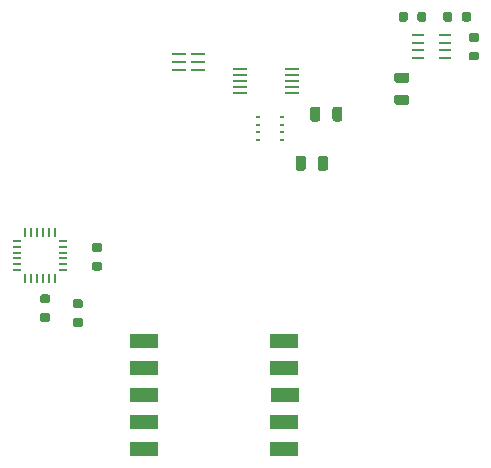
<source format=gtp>
G04 #@! TF.GenerationSoftware,KiCad,Pcbnew,(5.1.0)-1*
G04 #@! TF.CreationDate,2019-04-25T00:02:20-07:00*
G04 #@! TF.ProjectId,ROVPCB,524f5650-4342-42e6-9b69-6361645f7063,rev?*
G04 #@! TF.SameCoordinates,Original*
G04 #@! TF.FileFunction,Paste,Top*
G04 #@! TF.FilePolarity,Positive*
%FSLAX46Y46*%
G04 Gerber Fmt 4.6, Leading zero omitted, Abs format (unit mm)*
G04 Created by KiCad (PCBNEW (5.1.0)-1) date 2019-04-25 00:02:20*
%MOMM*%
%LPD*%
G04 APERTURE LIST*
%ADD10C,0.150000*%
%ADD11C,0.745000*%
%ADD12C,0.170000*%
%ADD13R,0.370000X0.220000*%
%ADD14R,1.170000X0.270000*%
%ADD15R,2.370000X1.270000*%
%ADD16C,0.845000*%
%ADD17R,1.089200X0.276400*%
%ADD18R,1.270000X0.170000*%
G04 APERTURE END LIST*
D10*
G36*
X214132006Y-124758397D02*
G01*
X214150086Y-124761079D01*
X214167816Y-124765520D01*
X214185025Y-124771677D01*
X214201548Y-124779492D01*
X214217225Y-124788889D01*
X214231906Y-124799777D01*
X214245449Y-124812051D01*
X214257723Y-124825594D01*
X214268611Y-124840275D01*
X214278008Y-124855952D01*
X214285823Y-124872475D01*
X214291980Y-124889684D01*
X214296421Y-124907414D01*
X214299103Y-124925494D01*
X214300000Y-124943750D01*
X214300000Y-125316250D01*
X214299103Y-125334506D01*
X214296421Y-125352586D01*
X214291980Y-125370316D01*
X214285823Y-125387525D01*
X214278008Y-125404048D01*
X214268611Y-125419725D01*
X214257723Y-125434406D01*
X214245449Y-125447949D01*
X214231906Y-125460223D01*
X214217225Y-125471111D01*
X214201548Y-125480508D01*
X214185025Y-125488323D01*
X214167816Y-125494480D01*
X214150086Y-125498921D01*
X214132006Y-125501603D01*
X214113750Y-125502500D01*
X213666250Y-125502500D01*
X213647994Y-125501603D01*
X213629914Y-125498921D01*
X213612184Y-125494480D01*
X213594975Y-125488323D01*
X213578452Y-125480508D01*
X213562775Y-125471111D01*
X213548094Y-125460223D01*
X213534551Y-125447949D01*
X213522277Y-125434406D01*
X213511389Y-125419725D01*
X213501992Y-125404048D01*
X213494177Y-125387525D01*
X213488020Y-125370316D01*
X213483579Y-125352586D01*
X213480897Y-125334506D01*
X213480000Y-125316250D01*
X213480000Y-124943750D01*
X213480897Y-124925494D01*
X213483579Y-124907414D01*
X213488020Y-124889684D01*
X213494177Y-124872475D01*
X213501992Y-124855952D01*
X213511389Y-124840275D01*
X213522277Y-124825594D01*
X213534551Y-124812051D01*
X213548094Y-124799777D01*
X213562775Y-124788889D01*
X213578452Y-124779492D01*
X213594975Y-124771677D01*
X213612184Y-124765520D01*
X213629914Y-124761079D01*
X213647994Y-124758397D01*
X213666250Y-124757500D01*
X214113750Y-124757500D01*
X214132006Y-124758397D01*
X214132006Y-124758397D01*
G37*
D11*
X213890000Y-125130000D03*
D10*
G36*
X214132006Y-126333397D02*
G01*
X214150086Y-126336079D01*
X214167816Y-126340520D01*
X214185025Y-126346677D01*
X214201548Y-126354492D01*
X214217225Y-126363889D01*
X214231906Y-126374777D01*
X214245449Y-126387051D01*
X214257723Y-126400594D01*
X214268611Y-126415275D01*
X214278008Y-126430952D01*
X214285823Y-126447475D01*
X214291980Y-126464684D01*
X214296421Y-126482414D01*
X214299103Y-126500494D01*
X214300000Y-126518750D01*
X214300000Y-126891250D01*
X214299103Y-126909506D01*
X214296421Y-126927586D01*
X214291980Y-126945316D01*
X214285823Y-126962525D01*
X214278008Y-126979048D01*
X214268611Y-126994725D01*
X214257723Y-127009406D01*
X214245449Y-127022949D01*
X214231906Y-127035223D01*
X214217225Y-127046111D01*
X214201548Y-127055508D01*
X214185025Y-127063323D01*
X214167816Y-127069480D01*
X214150086Y-127073921D01*
X214132006Y-127076603D01*
X214113750Y-127077500D01*
X213666250Y-127077500D01*
X213647994Y-127076603D01*
X213629914Y-127073921D01*
X213612184Y-127069480D01*
X213594975Y-127063323D01*
X213578452Y-127055508D01*
X213562775Y-127046111D01*
X213548094Y-127035223D01*
X213534551Y-127022949D01*
X213522277Y-127009406D01*
X213511389Y-126994725D01*
X213501992Y-126979048D01*
X213494177Y-126962525D01*
X213488020Y-126945316D01*
X213483579Y-126927586D01*
X213480897Y-126909506D01*
X213480000Y-126891250D01*
X213480000Y-126518750D01*
X213480897Y-126500494D01*
X213483579Y-126482414D01*
X213488020Y-126464684D01*
X213494177Y-126447475D01*
X213501992Y-126430952D01*
X213511389Y-126415275D01*
X213522277Y-126400594D01*
X213534551Y-126387051D01*
X213548094Y-126374777D01*
X213562775Y-126363889D01*
X213578452Y-126354492D01*
X213594975Y-126346677D01*
X213612184Y-126340520D01*
X213629914Y-126336079D01*
X213647994Y-126333397D01*
X213666250Y-126332500D01*
X214113750Y-126332500D01*
X214132006Y-126333397D01*
X214132006Y-126333397D01*
G37*
D11*
X213890000Y-126705000D03*
D10*
G36*
X216912006Y-125178397D02*
G01*
X216930086Y-125181079D01*
X216947816Y-125185520D01*
X216965025Y-125191677D01*
X216981548Y-125199492D01*
X216997225Y-125208889D01*
X217011906Y-125219777D01*
X217025449Y-125232051D01*
X217037723Y-125245594D01*
X217048611Y-125260275D01*
X217058008Y-125275952D01*
X217065823Y-125292475D01*
X217071980Y-125309684D01*
X217076421Y-125327414D01*
X217079103Y-125345494D01*
X217080000Y-125363750D01*
X217080000Y-125736250D01*
X217079103Y-125754506D01*
X217076421Y-125772586D01*
X217071980Y-125790316D01*
X217065823Y-125807525D01*
X217058008Y-125824048D01*
X217048611Y-125839725D01*
X217037723Y-125854406D01*
X217025449Y-125867949D01*
X217011906Y-125880223D01*
X216997225Y-125891111D01*
X216981548Y-125900508D01*
X216965025Y-125908323D01*
X216947816Y-125914480D01*
X216930086Y-125918921D01*
X216912006Y-125921603D01*
X216893750Y-125922500D01*
X216446250Y-125922500D01*
X216427994Y-125921603D01*
X216409914Y-125918921D01*
X216392184Y-125914480D01*
X216374975Y-125908323D01*
X216358452Y-125900508D01*
X216342775Y-125891111D01*
X216328094Y-125880223D01*
X216314551Y-125867949D01*
X216302277Y-125854406D01*
X216291389Y-125839725D01*
X216281992Y-125824048D01*
X216274177Y-125807525D01*
X216268020Y-125790316D01*
X216263579Y-125772586D01*
X216260897Y-125754506D01*
X216260000Y-125736250D01*
X216260000Y-125363750D01*
X216260897Y-125345494D01*
X216263579Y-125327414D01*
X216268020Y-125309684D01*
X216274177Y-125292475D01*
X216281992Y-125275952D01*
X216291389Y-125260275D01*
X216302277Y-125245594D01*
X216314551Y-125232051D01*
X216328094Y-125219777D01*
X216342775Y-125208889D01*
X216358452Y-125199492D01*
X216374975Y-125191677D01*
X216392184Y-125185520D01*
X216409914Y-125181079D01*
X216427994Y-125178397D01*
X216446250Y-125177500D01*
X216893750Y-125177500D01*
X216912006Y-125178397D01*
X216912006Y-125178397D01*
G37*
D11*
X216670000Y-125550000D03*
D10*
G36*
X216912006Y-126753397D02*
G01*
X216930086Y-126756079D01*
X216947816Y-126760520D01*
X216965025Y-126766677D01*
X216981548Y-126774492D01*
X216997225Y-126783889D01*
X217011906Y-126794777D01*
X217025449Y-126807051D01*
X217037723Y-126820594D01*
X217048611Y-126835275D01*
X217058008Y-126850952D01*
X217065823Y-126867475D01*
X217071980Y-126884684D01*
X217076421Y-126902414D01*
X217079103Y-126920494D01*
X217080000Y-126938750D01*
X217080000Y-127311250D01*
X217079103Y-127329506D01*
X217076421Y-127347586D01*
X217071980Y-127365316D01*
X217065823Y-127382525D01*
X217058008Y-127399048D01*
X217048611Y-127414725D01*
X217037723Y-127429406D01*
X217025449Y-127442949D01*
X217011906Y-127455223D01*
X216997225Y-127466111D01*
X216981548Y-127475508D01*
X216965025Y-127483323D01*
X216947816Y-127489480D01*
X216930086Y-127493921D01*
X216912006Y-127496603D01*
X216893750Y-127497500D01*
X216446250Y-127497500D01*
X216427994Y-127496603D01*
X216409914Y-127493921D01*
X216392184Y-127489480D01*
X216374975Y-127483323D01*
X216358452Y-127475508D01*
X216342775Y-127466111D01*
X216328094Y-127455223D01*
X216314551Y-127442949D01*
X216302277Y-127429406D01*
X216291389Y-127414725D01*
X216281992Y-127399048D01*
X216274177Y-127382525D01*
X216268020Y-127365316D01*
X216263579Y-127347586D01*
X216260897Y-127329506D01*
X216260000Y-127311250D01*
X216260000Y-126938750D01*
X216260897Y-126920494D01*
X216263579Y-126902414D01*
X216268020Y-126884684D01*
X216274177Y-126867475D01*
X216281992Y-126850952D01*
X216291389Y-126835275D01*
X216302277Y-126820594D01*
X216314551Y-126807051D01*
X216328094Y-126794777D01*
X216342775Y-126783889D01*
X216358452Y-126774492D01*
X216374975Y-126766677D01*
X216392184Y-126760520D01*
X216409914Y-126756079D01*
X216427994Y-126753397D01*
X216446250Y-126752500D01*
X216893750Y-126752500D01*
X216912006Y-126753397D01*
X216912006Y-126753397D01*
G37*
D11*
X216670000Y-127125000D03*
D10*
G36*
X218532006Y-120423397D02*
G01*
X218550086Y-120426079D01*
X218567816Y-120430520D01*
X218585025Y-120436677D01*
X218601548Y-120444492D01*
X218617225Y-120453889D01*
X218631906Y-120464777D01*
X218645449Y-120477051D01*
X218657723Y-120490594D01*
X218668611Y-120505275D01*
X218678008Y-120520952D01*
X218685823Y-120537475D01*
X218691980Y-120554684D01*
X218696421Y-120572414D01*
X218699103Y-120590494D01*
X218700000Y-120608750D01*
X218700000Y-120981250D01*
X218699103Y-120999506D01*
X218696421Y-121017586D01*
X218691980Y-121035316D01*
X218685823Y-121052525D01*
X218678008Y-121069048D01*
X218668611Y-121084725D01*
X218657723Y-121099406D01*
X218645449Y-121112949D01*
X218631906Y-121125223D01*
X218617225Y-121136111D01*
X218601548Y-121145508D01*
X218585025Y-121153323D01*
X218567816Y-121159480D01*
X218550086Y-121163921D01*
X218532006Y-121166603D01*
X218513750Y-121167500D01*
X218066250Y-121167500D01*
X218047994Y-121166603D01*
X218029914Y-121163921D01*
X218012184Y-121159480D01*
X217994975Y-121153323D01*
X217978452Y-121145508D01*
X217962775Y-121136111D01*
X217948094Y-121125223D01*
X217934551Y-121112949D01*
X217922277Y-121099406D01*
X217911389Y-121084725D01*
X217901992Y-121069048D01*
X217894177Y-121052525D01*
X217888020Y-121035316D01*
X217883579Y-121017586D01*
X217880897Y-120999506D01*
X217880000Y-120981250D01*
X217880000Y-120608750D01*
X217880897Y-120590494D01*
X217883579Y-120572414D01*
X217888020Y-120554684D01*
X217894177Y-120537475D01*
X217901992Y-120520952D01*
X217911389Y-120505275D01*
X217922277Y-120490594D01*
X217934551Y-120477051D01*
X217948094Y-120464777D01*
X217962775Y-120453889D01*
X217978452Y-120444492D01*
X217994975Y-120436677D01*
X218012184Y-120430520D01*
X218029914Y-120426079D01*
X218047994Y-120423397D01*
X218066250Y-120422500D01*
X218513750Y-120422500D01*
X218532006Y-120423397D01*
X218532006Y-120423397D01*
G37*
D11*
X218290000Y-120795000D03*
D10*
G36*
X218532006Y-121998397D02*
G01*
X218550086Y-122001079D01*
X218567816Y-122005520D01*
X218585025Y-122011677D01*
X218601548Y-122019492D01*
X218617225Y-122028889D01*
X218631906Y-122039777D01*
X218645449Y-122052051D01*
X218657723Y-122065594D01*
X218668611Y-122080275D01*
X218678008Y-122095952D01*
X218685823Y-122112475D01*
X218691980Y-122129684D01*
X218696421Y-122147414D01*
X218699103Y-122165494D01*
X218700000Y-122183750D01*
X218700000Y-122556250D01*
X218699103Y-122574506D01*
X218696421Y-122592586D01*
X218691980Y-122610316D01*
X218685823Y-122627525D01*
X218678008Y-122644048D01*
X218668611Y-122659725D01*
X218657723Y-122674406D01*
X218645449Y-122687949D01*
X218631906Y-122700223D01*
X218617225Y-122711111D01*
X218601548Y-122720508D01*
X218585025Y-122728323D01*
X218567816Y-122734480D01*
X218550086Y-122738921D01*
X218532006Y-122741603D01*
X218513750Y-122742500D01*
X218066250Y-122742500D01*
X218047994Y-122741603D01*
X218029914Y-122738921D01*
X218012184Y-122734480D01*
X217994975Y-122728323D01*
X217978452Y-122720508D01*
X217962775Y-122711111D01*
X217948094Y-122700223D01*
X217934551Y-122687949D01*
X217922277Y-122674406D01*
X217911389Y-122659725D01*
X217901992Y-122644048D01*
X217894177Y-122627525D01*
X217888020Y-122610316D01*
X217883579Y-122592586D01*
X217880897Y-122574506D01*
X217880000Y-122556250D01*
X217880000Y-122183750D01*
X217880897Y-122165494D01*
X217883579Y-122147414D01*
X217888020Y-122129684D01*
X217894177Y-122112475D01*
X217901992Y-122095952D01*
X217911389Y-122080275D01*
X217922277Y-122065594D01*
X217934551Y-122052051D01*
X217948094Y-122039777D01*
X217962775Y-122028889D01*
X217978452Y-122019492D01*
X217994975Y-122011677D01*
X218012184Y-122005520D01*
X218029914Y-122001079D01*
X218047994Y-121998397D01*
X218066250Y-121997500D01*
X218513750Y-121997500D01*
X218532006Y-121998397D01*
X218532006Y-121998397D01*
G37*
D11*
X218290000Y-122370000D03*
D10*
G36*
X211821666Y-120135205D02*
G01*
X211825791Y-120135817D01*
X211829837Y-120136830D01*
X211833764Y-120138235D01*
X211837534Y-120140018D01*
X211841112Y-120142163D01*
X211844462Y-120144647D01*
X211847552Y-120147448D01*
X211850353Y-120150538D01*
X211852837Y-120153888D01*
X211854982Y-120157466D01*
X211856765Y-120161236D01*
X211858170Y-120165163D01*
X211859183Y-120169209D01*
X211859795Y-120173334D01*
X211860000Y-120177500D01*
X211860000Y-120262500D01*
X211859795Y-120266666D01*
X211859183Y-120270791D01*
X211858170Y-120274837D01*
X211856765Y-120278764D01*
X211854982Y-120282534D01*
X211852837Y-120286112D01*
X211850353Y-120289462D01*
X211847552Y-120292552D01*
X211844462Y-120295353D01*
X211841112Y-120297837D01*
X211837534Y-120299982D01*
X211833764Y-120301765D01*
X211829837Y-120303170D01*
X211825791Y-120304183D01*
X211821666Y-120304795D01*
X211817500Y-120305000D01*
X211182500Y-120305000D01*
X211178334Y-120304795D01*
X211174209Y-120304183D01*
X211170163Y-120303170D01*
X211166236Y-120301765D01*
X211162466Y-120299982D01*
X211158888Y-120297837D01*
X211155538Y-120295353D01*
X211152448Y-120292552D01*
X211149647Y-120289462D01*
X211147163Y-120286112D01*
X211145018Y-120282534D01*
X211143235Y-120278764D01*
X211141830Y-120274837D01*
X211140817Y-120270791D01*
X211140205Y-120266666D01*
X211140000Y-120262500D01*
X211140000Y-120177500D01*
X211140205Y-120173334D01*
X211140817Y-120169209D01*
X211141830Y-120165163D01*
X211143235Y-120161236D01*
X211145018Y-120157466D01*
X211147163Y-120153888D01*
X211149647Y-120150538D01*
X211152448Y-120147448D01*
X211155538Y-120144647D01*
X211158888Y-120142163D01*
X211162466Y-120140018D01*
X211166236Y-120138235D01*
X211170163Y-120136830D01*
X211174209Y-120135817D01*
X211178334Y-120135205D01*
X211182500Y-120135000D01*
X211817500Y-120135000D01*
X211821666Y-120135205D01*
X211821666Y-120135205D01*
G37*
D12*
X211500000Y-120220000D03*
D10*
G36*
X211821666Y-120635205D02*
G01*
X211825791Y-120635817D01*
X211829837Y-120636830D01*
X211833764Y-120638235D01*
X211837534Y-120640018D01*
X211841112Y-120642163D01*
X211844462Y-120644647D01*
X211847552Y-120647448D01*
X211850353Y-120650538D01*
X211852837Y-120653888D01*
X211854982Y-120657466D01*
X211856765Y-120661236D01*
X211858170Y-120665163D01*
X211859183Y-120669209D01*
X211859795Y-120673334D01*
X211860000Y-120677500D01*
X211860000Y-120762500D01*
X211859795Y-120766666D01*
X211859183Y-120770791D01*
X211858170Y-120774837D01*
X211856765Y-120778764D01*
X211854982Y-120782534D01*
X211852837Y-120786112D01*
X211850353Y-120789462D01*
X211847552Y-120792552D01*
X211844462Y-120795353D01*
X211841112Y-120797837D01*
X211837534Y-120799982D01*
X211833764Y-120801765D01*
X211829837Y-120803170D01*
X211825791Y-120804183D01*
X211821666Y-120804795D01*
X211817500Y-120805000D01*
X211182500Y-120805000D01*
X211178334Y-120804795D01*
X211174209Y-120804183D01*
X211170163Y-120803170D01*
X211166236Y-120801765D01*
X211162466Y-120799982D01*
X211158888Y-120797837D01*
X211155538Y-120795353D01*
X211152448Y-120792552D01*
X211149647Y-120789462D01*
X211147163Y-120786112D01*
X211145018Y-120782534D01*
X211143235Y-120778764D01*
X211141830Y-120774837D01*
X211140817Y-120770791D01*
X211140205Y-120766666D01*
X211140000Y-120762500D01*
X211140000Y-120677500D01*
X211140205Y-120673334D01*
X211140817Y-120669209D01*
X211141830Y-120665163D01*
X211143235Y-120661236D01*
X211145018Y-120657466D01*
X211147163Y-120653888D01*
X211149647Y-120650538D01*
X211152448Y-120647448D01*
X211155538Y-120644647D01*
X211158888Y-120642163D01*
X211162466Y-120640018D01*
X211166236Y-120638235D01*
X211170163Y-120636830D01*
X211174209Y-120635817D01*
X211178334Y-120635205D01*
X211182500Y-120635000D01*
X211817500Y-120635000D01*
X211821666Y-120635205D01*
X211821666Y-120635205D01*
G37*
D12*
X211500000Y-120720000D03*
D10*
G36*
X211821666Y-121135205D02*
G01*
X211825791Y-121135817D01*
X211829837Y-121136830D01*
X211833764Y-121138235D01*
X211837534Y-121140018D01*
X211841112Y-121142163D01*
X211844462Y-121144647D01*
X211847552Y-121147448D01*
X211850353Y-121150538D01*
X211852837Y-121153888D01*
X211854982Y-121157466D01*
X211856765Y-121161236D01*
X211858170Y-121165163D01*
X211859183Y-121169209D01*
X211859795Y-121173334D01*
X211860000Y-121177500D01*
X211860000Y-121262500D01*
X211859795Y-121266666D01*
X211859183Y-121270791D01*
X211858170Y-121274837D01*
X211856765Y-121278764D01*
X211854982Y-121282534D01*
X211852837Y-121286112D01*
X211850353Y-121289462D01*
X211847552Y-121292552D01*
X211844462Y-121295353D01*
X211841112Y-121297837D01*
X211837534Y-121299982D01*
X211833764Y-121301765D01*
X211829837Y-121303170D01*
X211825791Y-121304183D01*
X211821666Y-121304795D01*
X211817500Y-121305000D01*
X211182500Y-121305000D01*
X211178334Y-121304795D01*
X211174209Y-121304183D01*
X211170163Y-121303170D01*
X211166236Y-121301765D01*
X211162466Y-121299982D01*
X211158888Y-121297837D01*
X211155538Y-121295353D01*
X211152448Y-121292552D01*
X211149647Y-121289462D01*
X211147163Y-121286112D01*
X211145018Y-121282534D01*
X211143235Y-121278764D01*
X211141830Y-121274837D01*
X211140817Y-121270791D01*
X211140205Y-121266666D01*
X211140000Y-121262500D01*
X211140000Y-121177500D01*
X211140205Y-121173334D01*
X211140817Y-121169209D01*
X211141830Y-121165163D01*
X211143235Y-121161236D01*
X211145018Y-121157466D01*
X211147163Y-121153888D01*
X211149647Y-121150538D01*
X211152448Y-121147448D01*
X211155538Y-121144647D01*
X211158888Y-121142163D01*
X211162466Y-121140018D01*
X211166236Y-121138235D01*
X211170163Y-121136830D01*
X211174209Y-121135817D01*
X211178334Y-121135205D01*
X211182500Y-121135000D01*
X211817500Y-121135000D01*
X211821666Y-121135205D01*
X211821666Y-121135205D01*
G37*
D12*
X211500000Y-121220000D03*
D10*
G36*
X211821666Y-121635205D02*
G01*
X211825791Y-121635817D01*
X211829837Y-121636830D01*
X211833764Y-121638235D01*
X211837534Y-121640018D01*
X211841112Y-121642163D01*
X211844462Y-121644647D01*
X211847552Y-121647448D01*
X211850353Y-121650538D01*
X211852837Y-121653888D01*
X211854982Y-121657466D01*
X211856765Y-121661236D01*
X211858170Y-121665163D01*
X211859183Y-121669209D01*
X211859795Y-121673334D01*
X211860000Y-121677500D01*
X211860000Y-121762500D01*
X211859795Y-121766666D01*
X211859183Y-121770791D01*
X211858170Y-121774837D01*
X211856765Y-121778764D01*
X211854982Y-121782534D01*
X211852837Y-121786112D01*
X211850353Y-121789462D01*
X211847552Y-121792552D01*
X211844462Y-121795353D01*
X211841112Y-121797837D01*
X211837534Y-121799982D01*
X211833764Y-121801765D01*
X211829837Y-121803170D01*
X211825791Y-121804183D01*
X211821666Y-121804795D01*
X211817500Y-121805000D01*
X211182500Y-121805000D01*
X211178334Y-121804795D01*
X211174209Y-121804183D01*
X211170163Y-121803170D01*
X211166236Y-121801765D01*
X211162466Y-121799982D01*
X211158888Y-121797837D01*
X211155538Y-121795353D01*
X211152448Y-121792552D01*
X211149647Y-121789462D01*
X211147163Y-121786112D01*
X211145018Y-121782534D01*
X211143235Y-121778764D01*
X211141830Y-121774837D01*
X211140817Y-121770791D01*
X211140205Y-121766666D01*
X211140000Y-121762500D01*
X211140000Y-121677500D01*
X211140205Y-121673334D01*
X211140817Y-121669209D01*
X211141830Y-121665163D01*
X211143235Y-121661236D01*
X211145018Y-121657466D01*
X211147163Y-121653888D01*
X211149647Y-121650538D01*
X211152448Y-121647448D01*
X211155538Y-121644647D01*
X211158888Y-121642163D01*
X211162466Y-121640018D01*
X211166236Y-121638235D01*
X211170163Y-121636830D01*
X211174209Y-121635817D01*
X211178334Y-121635205D01*
X211182500Y-121635000D01*
X211817500Y-121635000D01*
X211821666Y-121635205D01*
X211821666Y-121635205D01*
G37*
D12*
X211500000Y-121720000D03*
D10*
G36*
X211821666Y-122135205D02*
G01*
X211825791Y-122135817D01*
X211829837Y-122136830D01*
X211833764Y-122138235D01*
X211837534Y-122140018D01*
X211841112Y-122142163D01*
X211844462Y-122144647D01*
X211847552Y-122147448D01*
X211850353Y-122150538D01*
X211852837Y-122153888D01*
X211854982Y-122157466D01*
X211856765Y-122161236D01*
X211858170Y-122165163D01*
X211859183Y-122169209D01*
X211859795Y-122173334D01*
X211860000Y-122177500D01*
X211860000Y-122262500D01*
X211859795Y-122266666D01*
X211859183Y-122270791D01*
X211858170Y-122274837D01*
X211856765Y-122278764D01*
X211854982Y-122282534D01*
X211852837Y-122286112D01*
X211850353Y-122289462D01*
X211847552Y-122292552D01*
X211844462Y-122295353D01*
X211841112Y-122297837D01*
X211837534Y-122299982D01*
X211833764Y-122301765D01*
X211829837Y-122303170D01*
X211825791Y-122304183D01*
X211821666Y-122304795D01*
X211817500Y-122305000D01*
X211182500Y-122305000D01*
X211178334Y-122304795D01*
X211174209Y-122304183D01*
X211170163Y-122303170D01*
X211166236Y-122301765D01*
X211162466Y-122299982D01*
X211158888Y-122297837D01*
X211155538Y-122295353D01*
X211152448Y-122292552D01*
X211149647Y-122289462D01*
X211147163Y-122286112D01*
X211145018Y-122282534D01*
X211143235Y-122278764D01*
X211141830Y-122274837D01*
X211140817Y-122270791D01*
X211140205Y-122266666D01*
X211140000Y-122262500D01*
X211140000Y-122177500D01*
X211140205Y-122173334D01*
X211140817Y-122169209D01*
X211141830Y-122165163D01*
X211143235Y-122161236D01*
X211145018Y-122157466D01*
X211147163Y-122153888D01*
X211149647Y-122150538D01*
X211152448Y-122147448D01*
X211155538Y-122144647D01*
X211158888Y-122142163D01*
X211162466Y-122140018D01*
X211166236Y-122138235D01*
X211170163Y-122136830D01*
X211174209Y-122135817D01*
X211178334Y-122135205D01*
X211182500Y-122135000D01*
X211817500Y-122135000D01*
X211821666Y-122135205D01*
X211821666Y-122135205D01*
G37*
D12*
X211500000Y-122220000D03*
D10*
G36*
X211821666Y-122635205D02*
G01*
X211825791Y-122635817D01*
X211829837Y-122636830D01*
X211833764Y-122638235D01*
X211837534Y-122640018D01*
X211841112Y-122642163D01*
X211844462Y-122644647D01*
X211847552Y-122647448D01*
X211850353Y-122650538D01*
X211852837Y-122653888D01*
X211854982Y-122657466D01*
X211856765Y-122661236D01*
X211858170Y-122665163D01*
X211859183Y-122669209D01*
X211859795Y-122673334D01*
X211860000Y-122677500D01*
X211860000Y-122762500D01*
X211859795Y-122766666D01*
X211859183Y-122770791D01*
X211858170Y-122774837D01*
X211856765Y-122778764D01*
X211854982Y-122782534D01*
X211852837Y-122786112D01*
X211850353Y-122789462D01*
X211847552Y-122792552D01*
X211844462Y-122795353D01*
X211841112Y-122797837D01*
X211837534Y-122799982D01*
X211833764Y-122801765D01*
X211829837Y-122803170D01*
X211825791Y-122804183D01*
X211821666Y-122804795D01*
X211817500Y-122805000D01*
X211182500Y-122805000D01*
X211178334Y-122804795D01*
X211174209Y-122804183D01*
X211170163Y-122803170D01*
X211166236Y-122801765D01*
X211162466Y-122799982D01*
X211158888Y-122797837D01*
X211155538Y-122795353D01*
X211152448Y-122792552D01*
X211149647Y-122789462D01*
X211147163Y-122786112D01*
X211145018Y-122782534D01*
X211143235Y-122778764D01*
X211141830Y-122774837D01*
X211140817Y-122770791D01*
X211140205Y-122766666D01*
X211140000Y-122762500D01*
X211140000Y-122677500D01*
X211140205Y-122673334D01*
X211140817Y-122669209D01*
X211141830Y-122665163D01*
X211143235Y-122661236D01*
X211145018Y-122657466D01*
X211147163Y-122653888D01*
X211149647Y-122650538D01*
X211152448Y-122647448D01*
X211155538Y-122644647D01*
X211158888Y-122642163D01*
X211162466Y-122640018D01*
X211166236Y-122638235D01*
X211170163Y-122636830D01*
X211174209Y-122635817D01*
X211178334Y-122635205D01*
X211182500Y-122635000D01*
X211817500Y-122635000D01*
X211821666Y-122635205D01*
X211821666Y-122635205D01*
G37*
D12*
X211500000Y-122720000D03*
D10*
G36*
X212246666Y-123060205D02*
G01*
X212250791Y-123060817D01*
X212254837Y-123061830D01*
X212258764Y-123063235D01*
X212262534Y-123065018D01*
X212266112Y-123067163D01*
X212269462Y-123069647D01*
X212272552Y-123072448D01*
X212275353Y-123075538D01*
X212277837Y-123078888D01*
X212279982Y-123082466D01*
X212281765Y-123086236D01*
X212283170Y-123090163D01*
X212284183Y-123094209D01*
X212284795Y-123098334D01*
X212285000Y-123102500D01*
X212285000Y-123737500D01*
X212284795Y-123741666D01*
X212284183Y-123745791D01*
X212283170Y-123749837D01*
X212281765Y-123753764D01*
X212279982Y-123757534D01*
X212277837Y-123761112D01*
X212275353Y-123764462D01*
X212272552Y-123767552D01*
X212269462Y-123770353D01*
X212266112Y-123772837D01*
X212262534Y-123774982D01*
X212258764Y-123776765D01*
X212254837Y-123778170D01*
X212250791Y-123779183D01*
X212246666Y-123779795D01*
X212242500Y-123780000D01*
X212157500Y-123780000D01*
X212153334Y-123779795D01*
X212149209Y-123779183D01*
X212145163Y-123778170D01*
X212141236Y-123776765D01*
X212137466Y-123774982D01*
X212133888Y-123772837D01*
X212130538Y-123770353D01*
X212127448Y-123767552D01*
X212124647Y-123764462D01*
X212122163Y-123761112D01*
X212120018Y-123757534D01*
X212118235Y-123753764D01*
X212116830Y-123749837D01*
X212115817Y-123745791D01*
X212115205Y-123741666D01*
X212115000Y-123737500D01*
X212115000Y-123102500D01*
X212115205Y-123098334D01*
X212115817Y-123094209D01*
X212116830Y-123090163D01*
X212118235Y-123086236D01*
X212120018Y-123082466D01*
X212122163Y-123078888D01*
X212124647Y-123075538D01*
X212127448Y-123072448D01*
X212130538Y-123069647D01*
X212133888Y-123067163D01*
X212137466Y-123065018D01*
X212141236Y-123063235D01*
X212145163Y-123061830D01*
X212149209Y-123060817D01*
X212153334Y-123060205D01*
X212157500Y-123060000D01*
X212242500Y-123060000D01*
X212246666Y-123060205D01*
X212246666Y-123060205D01*
G37*
D12*
X212200000Y-123420000D03*
D10*
G36*
X212746666Y-123060205D02*
G01*
X212750791Y-123060817D01*
X212754837Y-123061830D01*
X212758764Y-123063235D01*
X212762534Y-123065018D01*
X212766112Y-123067163D01*
X212769462Y-123069647D01*
X212772552Y-123072448D01*
X212775353Y-123075538D01*
X212777837Y-123078888D01*
X212779982Y-123082466D01*
X212781765Y-123086236D01*
X212783170Y-123090163D01*
X212784183Y-123094209D01*
X212784795Y-123098334D01*
X212785000Y-123102500D01*
X212785000Y-123737500D01*
X212784795Y-123741666D01*
X212784183Y-123745791D01*
X212783170Y-123749837D01*
X212781765Y-123753764D01*
X212779982Y-123757534D01*
X212777837Y-123761112D01*
X212775353Y-123764462D01*
X212772552Y-123767552D01*
X212769462Y-123770353D01*
X212766112Y-123772837D01*
X212762534Y-123774982D01*
X212758764Y-123776765D01*
X212754837Y-123778170D01*
X212750791Y-123779183D01*
X212746666Y-123779795D01*
X212742500Y-123780000D01*
X212657500Y-123780000D01*
X212653334Y-123779795D01*
X212649209Y-123779183D01*
X212645163Y-123778170D01*
X212641236Y-123776765D01*
X212637466Y-123774982D01*
X212633888Y-123772837D01*
X212630538Y-123770353D01*
X212627448Y-123767552D01*
X212624647Y-123764462D01*
X212622163Y-123761112D01*
X212620018Y-123757534D01*
X212618235Y-123753764D01*
X212616830Y-123749837D01*
X212615817Y-123745791D01*
X212615205Y-123741666D01*
X212615000Y-123737500D01*
X212615000Y-123102500D01*
X212615205Y-123098334D01*
X212615817Y-123094209D01*
X212616830Y-123090163D01*
X212618235Y-123086236D01*
X212620018Y-123082466D01*
X212622163Y-123078888D01*
X212624647Y-123075538D01*
X212627448Y-123072448D01*
X212630538Y-123069647D01*
X212633888Y-123067163D01*
X212637466Y-123065018D01*
X212641236Y-123063235D01*
X212645163Y-123061830D01*
X212649209Y-123060817D01*
X212653334Y-123060205D01*
X212657500Y-123060000D01*
X212742500Y-123060000D01*
X212746666Y-123060205D01*
X212746666Y-123060205D01*
G37*
D12*
X212700000Y-123420000D03*
D10*
G36*
X213246666Y-123060205D02*
G01*
X213250791Y-123060817D01*
X213254837Y-123061830D01*
X213258764Y-123063235D01*
X213262534Y-123065018D01*
X213266112Y-123067163D01*
X213269462Y-123069647D01*
X213272552Y-123072448D01*
X213275353Y-123075538D01*
X213277837Y-123078888D01*
X213279982Y-123082466D01*
X213281765Y-123086236D01*
X213283170Y-123090163D01*
X213284183Y-123094209D01*
X213284795Y-123098334D01*
X213285000Y-123102500D01*
X213285000Y-123737500D01*
X213284795Y-123741666D01*
X213284183Y-123745791D01*
X213283170Y-123749837D01*
X213281765Y-123753764D01*
X213279982Y-123757534D01*
X213277837Y-123761112D01*
X213275353Y-123764462D01*
X213272552Y-123767552D01*
X213269462Y-123770353D01*
X213266112Y-123772837D01*
X213262534Y-123774982D01*
X213258764Y-123776765D01*
X213254837Y-123778170D01*
X213250791Y-123779183D01*
X213246666Y-123779795D01*
X213242500Y-123780000D01*
X213157500Y-123780000D01*
X213153334Y-123779795D01*
X213149209Y-123779183D01*
X213145163Y-123778170D01*
X213141236Y-123776765D01*
X213137466Y-123774982D01*
X213133888Y-123772837D01*
X213130538Y-123770353D01*
X213127448Y-123767552D01*
X213124647Y-123764462D01*
X213122163Y-123761112D01*
X213120018Y-123757534D01*
X213118235Y-123753764D01*
X213116830Y-123749837D01*
X213115817Y-123745791D01*
X213115205Y-123741666D01*
X213115000Y-123737500D01*
X213115000Y-123102500D01*
X213115205Y-123098334D01*
X213115817Y-123094209D01*
X213116830Y-123090163D01*
X213118235Y-123086236D01*
X213120018Y-123082466D01*
X213122163Y-123078888D01*
X213124647Y-123075538D01*
X213127448Y-123072448D01*
X213130538Y-123069647D01*
X213133888Y-123067163D01*
X213137466Y-123065018D01*
X213141236Y-123063235D01*
X213145163Y-123061830D01*
X213149209Y-123060817D01*
X213153334Y-123060205D01*
X213157500Y-123060000D01*
X213242500Y-123060000D01*
X213246666Y-123060205D01*
X213246666Y-123060205D01*
G37*
D12*
X213200000Y-123420000D03*
D10*
G36*
X213746666Y-123060205D02*
G01*
X213750791Y-123060817D01*
X213754837Y-123061830D01*
X213758764Y-123063235D01*
X213762534Y-123065018D01*
X213766112Y-123067163D01*
X213769462Y-123069647D01*
X213772552Y-123072448D01*
X213775353Y-123075538D01*
X213777837Y-123078888D01*
X213779982Y-123082466D01*
X213781765Y-123086236D01*
X213783170Y-123090163D01*
X213784183Y-123094209D01*
X213784795Y-123098334D01*
X213785000Y-123102500D01*
X213785000Y-123737500D01*
X213784795Y-123741666D01*
X213784183Y-123745791D01*
X213783170Y-123749837D01*
X213781765Y-123753764D01*
X213779982Y-123757534D01*
X213777837Y-123761112D01*
X213775353Y-123764462D01*
X213772552Y-123767552D01*
X213769462Y-123770353D01*
X213766112Y-123772837D01*
X213762534Y-123774982D01*
X213758764Y-123776765D01*
X213754837Y-123778170D01*
X213750791Y-123779183D01*
X213746666Y-123779795D01*
X213742500Y-123780000D01*
X213657500Y-123780000D01*
X213653334Y-123779795D01*
X213649209Y-123779183D01*
X213645163Y-123778170D01*
X213641236Y-123776765D01*
X213637466Y-123774982D01*
X213633888Y-123772837D01*
X213630538Y-123770353D01*
X213627448Y-123767552D01*
X213624647Y-123764462D01*
X213622163Y-123761112D01*
X213620018Y-123757534D01*
X213618235Y-123753764D01*
X213616830Y-123749837D01*
X213615817Y-123745791D01*
X213615205Y-123741666D01*
X213615000Y-123737500D01*
X213615000Y-123102500D01*
X213615205Y-123098334D01*
X213615817Y-123094209D01*
X213616830Y-123090163D01*
X213618235Y-123086236D01*
X213620018Y-123082466D01*
X213622163Y-123078888D01*
X213624647Y-123075538D01*
X213627448Y-123072448D01*
X213630538Y-123069647D01*
X213633888Y-123067163D01*
X213637466Y-123065018D01*
X213641236Y-123063235D01*
X213645163Y-123061830D01*
X213649209Y-123060817D01*
X213653334Y-123060205D01*
X213657500Y-123060000D01*
X213742500Y-123060000D01*
X213746666Y-123060205D01*
X213746666Y-123060205D01*
G37*
D12*
X213700000Y-123420000D03*
D10*
G36*
X214246666Y-123060205D02*
G01*
X214250791Y-123060817D01*
X214254837Y-123061830D01*
X214258764Y-123063235D01*
X214262534Y-123065018D01*
X214266112Y-123067163D01*
X214269462Y-123069647D01*
X214272552Y-123072448D01*
X214275353Y-123075538D01*
X214277837Y-123078888D01*
X214279982Y-123082466D01*
X214281765Y-123086236D01*
X214283170Y-123090163D01*
X214284183Y-123094209D01*
X214284795Y-123098334D01*
X214285000Y-123102500D01*
X214285000Y-123737500D01*
X214284795Y-123741666D01*
X214284183Y-123745791D01*
X214283170Y-123749837D01*
X214281765Y-123753764D01*
X214279982Y-123757534D01*
X214277837Y-123761112D01*
X214275353Y-123764462D01*
X214272552Y-123767552D01*
X214269462Y-123770353D01*
X214266112Y-123772837D01*
X214262534Y-123774982D01*
X214258764Y-123776765D01*
X214254837Y-123778170D01*
X214250791Y-123779183D01*
X214246666Y-123779795D01*
X214242500Y-123780000D01*
X214157500Y-123780000D01*
X214153334Y-123779795D01*
X214149209Y-123779183D01*
X214145163Y-123778170D01*
X214141236Y-123776765D01*
X214137466Y-123774982D01*
X214133888Y-123772837D01*
X214130538Y-123770353D01*
X214127448Y-123767552D01*
X214124647Y-123764462D01*
X214122163Y-123761112D01*
X214120018Y-123757534D01*
X214118235Y-123753764D01*
X214116830Y-123749837D01*
X214115817Y-123745791D01*
X214115205Y-123741666D01*
X214115000Y-123737500D01*
X214115000Y-123102500D01*
X214115205Y-123098334D01*
X214115817Y-123094209D01*
X214116830Y-123090163D01*
X214118235Y-123086236D01*
X214120018Y-123082466D01*
X214122163Y-123078888D01*
X214124647Y-123075538D01*
X214127448Y-123072448D01*
X214130538Y-123069647D01*
X214133888Y-123067163D01*
X214137466Y-123065018D01*
X214141236Y-123063235D01*
X214145163Y-123061830D01*
X214149209Y-123060817D01*
X214153334Y-123060205D01*
X214157500Y-123060000D01*
X214242500Y-123060000D01*
X214246666Y-123060205D01*
X214246666Y-123060205D01*
G37*
D12*
X214200000Y-123420000D03*
D10*
G36*
X214746666Y-123060205D02*
G01*
X214750791Y-123060817D01*
X214754837Y-123061830D01*
X214758764Y-123063235D01*
X214762534Y-123065018D01*
X214766112Y-123067163D01*
X214769462Y-123069647D01*
X214772552Y-123072448D01*
X214775353Y-123075538D01*
X214777837Y-123078888D01*
X214779982Y-123082466D01*
X214781765Y-123086236D01*
X214783170Y-123090163D01*
X214784183Y-123094209D01*
X214784795Y-123098334D01*
X214785000Y-123102500D01*
X214785000Y-123737500D01*
X214784795Y-123741666D01*
X214784183Y-123745791D01*
X214783170Y-123749837D01*
X214781765Y-123753764D01*
X214779982Y-123757534D01*
X214777837Y-123761112D01*
X214775353Y-123764462D01*
X214772552Y-123767552D01*
X214769462Y-123770353D01*
X214766112Y-123772837D01*
X214762534Y-123774982D01*
X214758764Y-123776765D01*
X214754837Y-123778170D01*
X214750791Y-123779183D01*
X214746666Y-123779795D01*
X214742500Y-123780000D01*
X214657500Y-123780000D01*
X214653334Y-123779795D01*
X214649209Y-123779183D01*
X214645163Y-123778170D01*
X214641236Y-123776765D01*
X214637466Y-123774982D01*
X214633888Y-123772837D01*
X214630538Y-123770353D01*
X214627448Y-123767552D01*
X214624647Y-123764462D01*
X214622163Y-123761112D01*
X214620018Y-123757534D01*
X214618235Y-123753764D01*
X214616830Y-123749837D01*
X214615817Y-123745791D01*
X214615205Y-123741666D01*
X214615000Y-123737500D01*
X214615000Y-123102500D01*
X214615205Y-123098334D01*
X214615817Y-123094209D01*
X214616830Y-123090163D01*
X214618235Y-123086236D01*
X214620018Y-123082466D01*
X214622163Y-123078888D01*
X214624647Y-123075538D01*
X214627448Y-123072448D01*
X214630538Y-123069647D01*
X214633888Y-123067163D01*
X214637466Y-123065018D01*
X214641236Y-123063235D01*
X214645163Y-123061830D01*
X214649209Y-123060817D01*
X214653334Y-123060205D01*
X214657500Y-123060000D01*
X214742500Y-123060000D01*
X214746666Y-123060205D01*
X214746666Y-123060205D01*
G37*
D12*
X214700000Y-123420000D03*
D10*
G36*
X215721666Y-122635205D02*
G01*
X215725791Y-122635817D01*
X215729837Y-122636830D01*
X215733764Y-122638235D01*
X215737534Y-122640018D01*
X215741112Y-122642163D01*
X215744462Y-122644647D01*
X215747552Y-122647448D01*
X215750353Y-122650538D01*
X215752837Y-122653888D01*
X215754982Y-122657466D01*
X215756765Y-122661236D01*
X215758170Y-122665163D01*
X215759183Y-122669209D01*
X215759795Y-122673334D01*
X215760000Y-122677500D01*
X215760000Y-122762500D01*
X215759795Y-122766666D01*
X215759183Y-122770791D01*
X215758170Y-122774837D01*
X215756765Y-122778764D01*
X215754982Y-122782534D01*
X215752837Y-122786112D01*
X215750353Y-122789462D01*
X215747552Y-122792552D01*
X215744462Y-122795353D01*
X215741112Y-122797837D01*
X215737534Y-122799982D01*
X215733764Y-122801765D01*
X215729837Y-122803170D01*
X215725791Y-122804183D01*
X215721666Y-122804795D01*
X215717500Y-122805000D01*
X215082500Y-122805000D01*
X215078334Y-122804795D01*
X215074209Y-122804183D01*
X215070163Y-122803170D01*
X215066236Y-122801765D01*
X215062466Y-122799982D01*
X215058888Y-122797837D01*
X215055538Y-122795353D01*
X215052448Y-122792552D01*
X215049647Y-122789462D01*
X215047163Y-122786112D01*
X215045018Y-122782534D01*
X215043235Y-122778764D01*
X215041830Y-122774837D01*
X215040817Y-122770791D01*
X215040205Y-122766666D01*
X215040000Y-122762500D01*
X215040000Y-122677500D01*
X215040205Y-122673334D01*
X215040817Y-122669209D01*
X215041830Y-122665163D01*
X215043235Y-122661236D01*
X215045018Y-122657466D01*
X215047163Y-122653888D01*
X215049647Y-122650538D01*
X215052448Y-122647448D01*
X215055538Y-122644647D01*
X215058888Y-122642163D01*
X215062466Y-122640018D01*
X215066236Y-122638235D01*
X215070163Y-122636830D01*
X215074209Y-122635817D01*
X215078334Y-122635205D01*
X215082500Y-122635000D01*
X215717500Y-122635000D01*
X215721666Y-122635205D01*
X215721666Y-122635205D01*
G37*
D12*
X215400000Y-122720000D03*
D10*
G36*
X215721666Y-122135205D02*
G01*
X215725791Y-122135817D01*
X215729837Y-122136830D01*
X215733764Y-122138235D01*
X215737534Y-122140018D01*
X215741112Y-122142163D01*
X215744462Y-122144647D01*
X215747552Y-122147448D01*
X215750353Y-122150538D01*
X215752837Y-122153888D01*
X215754982Y-122157466D01*
X215756765Y-122161236D01*
X215758170Y-122165163D01*
X215759183Y-122169209D01*
X215759795Y-122173334D01*
X215760000Y-122177500D01*
X215760000Y-122262500D01*
X215759795Y-122266666D01*
X215759183Y-122270791D01*
X215758170Y-122274837D01*
X215756765Y-122278764D01*
X215754982Y-122282534D01*
X215752837Y-122286112D01*
X215750353Y-122289462D01*
X215747552Y-122292552D01*
X215744462Y-122295353D01*
X215741112Y-122297837D01*
X215737534Y-122299982D01*
X215733764Y-122301765D01*
X215729837Y-122303170D01*
X215725791Y-122304183D01*
X215721666Y-122304795D01*
X215717500Y-122305000D01*
X215082500Y-122305000D01*
X215078334Y-122304795D01*
X215074209Y-122304183D01*
X215070163Y-122303170D01*
X215066236Y-122301765D01*
X215062466Y-122299982D01*
X215058888Y-122297837D01*
X215055538Y-122295353D01*
X215052448Y-122292552D01*
X215049647Y-122289462D01*
X215047163Y-122286112D01*
X215045018Y-122282534D01*
X215043235Y-122278764D01*
X215041830Y-122274837D01*
X215040817Y-122270791D01*
X215040205Y-122266666D01*
X215040000Y-122262500D01*
X215040000Y-122177500D01*
X215040205Y-122173334D01*
X215040817Y-122169209D01*
X215041830Y-122165163D01*
X215043235Y-122161236D01*
X215045018Y-122157466D01*
X215047163Y-122153888D01*
X215049647Y-122150538D01*
X215052448Y-122147448D01*
X215055538Y-122144647D01*
X215058888Y-122142163D01*
X215062466Y-122140018D01*
X215066236Y-122138235D01*
X215070163Y-122136830D01*
X215074209Y-122135817D01*
X215078334Y-122135205D01*
X215082500Y-122135000D01*
X215717500Y-122135000D01*
X215721666Y-122135205D01*
X215721666Y-122135205D01*
G37*
D12*
X215400000Y-122220000D03*
D10*
G36*
X215721666Y-121635205D02*
G01*
X215725791Y-121635817D01*
X215729837Y-121636830D01*
X215733764Y-121638235D01*
X215737534Y-121640018D01*
X215741112Y-121642163D01*
X215744462Y-121644647D01*
X215747552Y-121647448D01*
X215750353Y-121650538D01*
X215752837Y-121653888D01*
X215754982Y-121657466D01*
X215756765Y-121661236D01*
X215758170Y-121665163D01*
X215759183Y-121669209D01*
X215759795Y-121673334D01*
X215760000Y-121677500D01*
X215760000Y-121762500D01*
X215759795Y-121766666D01*
X215759183Y-121770791D01*
X215758170Y-121774837D01*
X215756765Y-121778764D01*
X215754982Y-121782534D01*
X215752837Y-121786112D01*
X215750353Y-121789462D01*
X215747552Y-121792552D01*
X215744462Y-121795353D01*
X215741112Y-121797837D01*
X215737534Y-121799982D01*
X215733764Y-121801765D01*
X215729837Y-121803170D01*
X215725791Y-121804183D01*
X215721666Y-121804795D01*
X215717500Y-121805000D01*
X215082500Y-121805000D01*
X215078334Y-121804795D01*
X215074209Y-121804183D01*
X215070163Y-121803170D01*
X215066236Y-121801765D01*
X215062466Y-121799982D01*
X215058888Y-121797837D01*
X215055538Y-121795353D01*
X215052448Y-121792552D01*
X215049647Y-121789462D01*
X215047163Y-121786112D01*
X215045018Y-121782534D01*
X215043235Y-121778764D01*
X215041830Y-121774837D01*
X215040817Y-121770791D01*
X215040205Y-121766666D01*
X215040000Y-121762500D01*
X215040000Y-121677500D01*
X215040205Y-121673334D01*
X215040817Y-121669209D01*
X215041830Y-121665163D01*
X215043235Y-121661236D01*
X215045018Y-121657466D01*
X215047163Y-121653888D01*
X215049647Y-121650538D01*
X215052448Y-121647448D01*
X215055538Y-121644647D01*
X215058888Y-121642163D01*
X215062466Y-121640018D01*
X215066236Y-121638235D01*
X215070163Y-121636830D01*
X215074209Y-121635817D01*
X215078334Y-121635205D01*
X215082500Y-121635000D01*
X215717500Y-121635000D01*
X215721666Y-121635205D01*
X215721666Y-121635205D01*
G37*
D12*
X215400000Y-121720000D03*
D10*
G36*
X215721666Y-121135205D02*
G01*
X215725791Y-121135817D01*
X215729837Y-121136830D01*
X215733764Y-121138235D01*
X215737534Y-121140018D01*
X215741112Y-121142163D01*
X215744462Y-121144647D01*
X215747552Y-121147448D01*
X215750353Y-121150538D01*
X215752837Y-121153888D01*
X215754982Y-121157466D01*
X215756765Y-121161236D01*
X215758170Y-121165163D01*
X215759183Y-121169209D01*
X215759795Y-121173334D01*
X215760000Y-121177500D01*
X215760000Y-121262500D01*
X215759795Y-121266666D01*
X215759183Y-121270791D01*
X215758170Y-121274837D01*
X215756765Y-121278764D01*
X215754982Y-121282534D01*
X215752837Y-121286112D01*
X215750353Y-121289462D01*
X215747552Y-121292552D01*
X215744462Y-121295353D01*
X215741112Y-121297837D01*
X215737534Y-121299982D01*
X215733764Y-121301765D01*
X215729837Y-121303170D01*
X215725791Y-121304183D01*
X215721666Y-121304795D01*
X215717500Y-121305000D01*
X215082500Y-121305000D01*
X215078334Y-121304795D01*
X215074209Y-121304183D01*
X215070163Y-121303170D01*
X215066236Y-121301765D01*
X215062466Y-121299982D01*
X215058888Y-121297837D01*
X215055538Y-121295353D01*
X215052448Y-121292552D01*
X215049647Y-121289462D01*
X215047163Y-121286112D01*
X215045018Y-121282534D01*
X215043235Y-121278764D01*
X215041830Y-121274837D01*
X215040817Y-121270791D01*
X215040205Y-121266666D01*
X215040000Y-121262500D01*
X215040000Y-121177500D01*
X215040205Y-121173334D01*
X215040817Y-121169209D01*
X215041830Y-121165163D01*
X215043235Y-121161236D01*
X215045018Y-121157466D01*
X215047163Y-121153888D01*
X215049647Y-121150538D01*
X215052448Y-121147448D01*
X215055538Y-121144647D01*
X215058888Y-121142163D01*
X215062466Y-121140018D01*
X215066236Y-121138235D01*
X215070163Y-121136830D01*
X215074209Y-121135817D01*
X215078334Y-121135205D01*
X215082500Y-121135000D01*
X215717500Y-121135000D01*
X215721666Y-121135205D01*
X215721666Y-121135205D01*
G37*
D12*
X215400000Y-121220000D03*
D10*
G36*
X215721666Y-120635205D02*
G01*
X215725791Y-120635817D01*
X215729837Y-120636830D01*
X215733764Y-120638235D01*
X215737534Y-120640018D01*
X215741112Y-120642163D01*
X215744462Y-120644647D01*
X215747552Y-120647448D01*
X215750353Y-120650538D01*
X215752837Y-120653888D01*
X215754982Y-120657466D01*
X215756765Y-120661236D01*
X215758170Y-120665163D01*
X215759183Y-120669209D01*
X215759795Y-120673334D01*
X215760000Y-120677500D01*
X215760000Y-120762500D01*
X215759795Y-120766666D01*
X215759183Y-120770791D01*
X215758170Y-120774837D01*
X215756765Y-120778764D01*
X215754982Y-120782534D01*
X215752837Y-120786112D01*
X215750353Y-120789462D01*
X215747552Y-120792552D01*
X215744462Y-120795353D01*
X215741112Y-120797837D01*
X215737534Y-120799982D01*
X215733764Y-120801765D01*
X215729837Y-120803170D01*
X215725791Y-120804183D01*
X215721666Y-120804795D01*
X215717500Y-120805000D01*
X215082500Y-120805000D01*
X215078334Y-120804795D01*
X215074209Y-120804183D01*
X215070163Y-120803170D01*
X215066236Y-120801765D01*
X215062466Y-120799982D01*
X215058888Y-120797837D01*
X215055538Y-120795353D01*
X215052448Y-120792552D01*
X215049647Y-120789462D01*
X215047163Y-120786112D01*
X215045018Y-120782534D01*
X215043235Y-120778764D01*
X215041830Y-120774837D01*
X215040817Y-120770791D01*
X215040205Y-120766666D01*
X215040000Y-120762500D01*
X215040000Y-120677500D01*
X215040205Y-120673334D01*
X215040817Y-120669209D01*
X215041830Y-120665163D01*
X215043235Y-120661236D01*
X215045018Y-120657466D01*
X215047163Y-120653888D01*
X215049647Y-120650538D01*
X215052448Y-120647448D01*
X215055538Y-120644647D01*
X215058888Y-120642163D01*
X215062466Y-120640018D01*
X215066236Y-120638235D01*
X215070163Y-120636830D01*
X215074209Y-120635817D01*
X215078334Y-120635205D01*
X215082500Y-120635000D01*
X215717500Y-120635000D01*
X215721666Y-120635205D01*
X215721666Y-120635205D01*
G37*
D12*
X215400000Y-120720000D03*
D10*
G36*
X215721666Y-120135205D02*
G01*
X215725791Y-120135817D01*
X215729837Y-120136830D01*
X215733764Y-120138235D01*
X215737534Y-120140018D01*
X215741112Y-120142163D01*
X215744462Y-120144647D01*
X215747552Y-120147448D01*
X215750353Y-120150538D01*
X215752837Y-120153888D01*
X215754982Y-120157466D01*
X215756765Y-120161236D01*
X215758170Y-120165163D01*
X215759183Y-120169209D01*
X215759795Y-120173334D01*
X215760000Y-120177500D01*
X215760000Y-120262500D01*
X215759795Y-120266666D01*
X215759183Y-120270791D01*
X215758170Y-120274837D01*
X215756765Y-120278764D01*
X215754982Y-120282534D01*
X215752837Y-120286112D01*
X215750353Y-120289462D01*
X215747552Y-120292552D01*
X215744462Y-120295353D01*
X215741112Y-120297837D01*
X215737534Y-120299982D01*
X215733764Y-120301765D01*
X215729837Y-120303170D01*
X215725791Y-120304183D01*
X215721666Y-120304795D01*
X215717500Y-120305000D01*
X215082500Y-120305000D01*
X215078334Y-120304795D01*
X215074209Y-120304183D01*
X215070163Y-120303170D01*
X215066236Y-120301765D01*
X215062466Y-120299982D01*
X215058888Y-120297837D01*
X215055538Y-120295353D01*
X215052448Y-120292552D01*
X215049647Y-120289462D01*
X215047163Y-120286112D01*
X215045018Y-120282534D01*
X215043235Y-120278764D01*
X215041830Y-120274837D01*
X215040817Y-120270791D01*
X215040205Y-120266666D01*
X215040000Y-120262500D01*
X215040000Y-120177500D01*
X215040205Y-120173334D01*
X215040817Y-120169209D01*
X215041830Y-120165163D01*
X215043235Y-120161236D01*
X215045018Y-120157466D01*
X215047163Y-120153888D01*
X215049647Y-120150538D01*
X215052448Y-120147448D01*
X215055538Y-120144647D01*
X215058888Y-120142163D01*
X215062466Y-120140018D01*
X215066236Y-120138235D01*
X215070163Y-120136830D01*
X215074209Y-120135817D01*
X215078334Y-120135205D01*
X215082500Y-120135000D01*
X215717500Y-120135000D01*
X215721666Y-120135205D01*
X215721666Y-120135205D01*
G37*
D12*
X215400000Y-120220000D03*
D10*
G36*
X214746666Y-119160205D02*
G01*
X214750791Y-119160817D01*
X214754837Y-119161830D01*
X214758764Y-119163235D01*
X214762534Y-119165018D01*
X214766112Y-119167163D01*
X214769462Y-119169647D01*
X214772552Y-119172448D01*
X214775353Y-119175538D01*
X214777837Y-119178888D01*
X214779982Y-119182466D01*
X214781765Y-119186236D01*
X214783170Y-119190163D01*
X214784183Y-119194209D01*
X214784795Y-119198334D01*
X214785000Y-119202500D01*
X214785000Y-119837500D01*
X214784795Y-119841666D01*
X214784183Y-119845791D01*
X214783170Y-119849837D01*
X214781765Y-119853764D01*
X214779982Y-119857534D01*
X214777837Y-119861112D01*
X214775353Y-119864462D01*
X214772552Y-119867552D01*
X214769462Y-119870353D01*
X214766112Y-119872837D01*
X214762534Y-119874982D01*
X214758764Y-119876765D01*
X214754837Y-119878170D01*
X214750791Y-119879183D01*
X214746666Y-119879795D01*
X214742500Y-119880000D01*
X214657500Y-119880000D01*
X214653334Y-119879795D01*
X214649209Y-119879183D01*
X214645163Y-119878170D01*
X214641236Y-119876765D01*
X214637466Y-119874982D01*
X214633888Y-119872837D01*
X214630538Y-119870353D01*
X214627448Y-119867552D01*
X214624647Y-119864462D01*
X214622163Y-119861112D01*
X214620018Y-119857534D01*
X214618235Y-119853764D01*
X214616830Y-119849837D01*
X214615817Y-119845791D01*
X214615205Y-119841666D01*
X214615000Y-119837500D01*
X214615000Y-119202500D01*
X214615205Y-119198334D01*
X214615817Y-119194209D01*
X214616830Y-119190163D01*
X214618235Y-119186236D01*
X214620018Y-119182466D01*
X214622163Y-119178888D01*
X214624647Y-119175538D01*
X214627448Y-119172448D01*
X214630538Y-119169647D01*
X214633888Y-119167163D01*
X214637466Y-119165018D01*
X214641236Y-119163235D01*
X214645163Y-119161830D01*
X214649209Y-119160817D01*
X214653334Y-119160205D01*
X214657500Y-119160000D01*
X214742500Y-119160000D01*
X214746666Y-119160205D01*
X214746666Y-119160205D01*
G37*
D12*
X214700000Y-119520000D03*
D10*
G36*
X214246666Y-119160205D02*
G01*
X214250791Y-119160817D01*
X214254837Y-119161830D01*
X214258764Y-119163235D01*
X214262534Y-119165018D01*
X214266112Y-119167163D01*
X214269462Y-119169647D01*
X214272552Y-119172448D01*
X214275353Y-119175538D01*
X214277837Y-119178888D01*
X214279982Y-119182466D01*
X214281765Y-119186236D01*
X214283170Y-119190163D01*
X214284183Y-119194209D01*
X214284795Y-119198334D01*
X214285000Y-119202500D01*
X214285000Y-119837500D01*
X214284795Y-119841666D01*
X214284183Y-119845791D01*
X214283170Y-119849837D01*
X214281765Y-119853764D01*
X214279982Y-119857534D01*
X214277837Y-119861112D01*
X214275353Y-119864462D01*
X214272552Y-119867552D01*
X214269462Y-119870353D01*
X214266112Y-119872837D01*
X214262534Y-119874982D01*
X214258764Y-119876765D01*
X214254837Y-119878170D01*
X214250791Y-119879183D01*
X214246666Y-119879795D01*
X214242500Y-119880000D01*
X214157500Y-119880000D01*
X214153334Y-119879795D01*
X214149209Y-119879183D01*
X214145163Y-119878170D01*
X214141236Y-119876765D01*
X214137466Y-119874982D01*
X214133888Y-119872837D01*
X214130538Y-119870353D01*
X214127448Y-119867552D01*
X214124647Y-119864462D01*
X214122163Y-119861112D01*
X214120018Y-119857534D01*
X214118235Y-119853764D01*
X214116830Y-119849837D01*
X214115817Y-119845791D01*
X214115205Y-119841666D01*
X214115000Y-119837500D01*
X214115000Y-119202500D01*
X214115205Y-119198334D01*
X214115817Y-119194209D01*
X214116830Y-119190163D01*
X214118235Y-119186236D01*
X214120018Y-119182466D01*
X214122163Y-119178888D01*
X214124647Y-119175538D01*
X214127448Y-119172448D01*
X214130538Y-119169647D01*
X214133888Y-119167163D01*
X214137466Y-119165018D01*
X214141236Y-119163235D01*
X214145163Y-119161830D01*
X214149209Y-119160817D01*
X214153334Y-119160205D01*
X214157500Y-119160000D01*
X214242500Y-119160000D01*
X214246666Y-119160205D01*
X214246666Y-119160205D01*
G37*
D12*
X214200000Y-119520000D03*
D10*
G36*
X213746666Y-119160205D02*
G01*
X213750791Y-119160817D01*
X213754837Y-119161830D01*
X213758764Y-119163235D01*
X213762534Y-119165018D01*
X213766112Y-119167163D01*
X213769462Y-119169647D01*
X213772552Y-119172448D01*
X213775353Y-119175538D01*
X213777837Y-119178888D01*
X213779982Y-119182466D01*
X213781765Y-119186236D01*
X213783170Y-119190163D01*
X213784183Y-119194209D01*
X213784795Y-119198334D01*
X213785000Y-119202500D01*
X213785000Y-119837500D01*
X213784795Y-119841666D01*
X213784183Y-119845791D01*
X213783170Y-119849837D01*
X213781765Y-119853764D01*
X213779982Y-119857534D01*
X213777837Y-119861112D01*
X213775353Y-119864462D01*
X213772552Y-119867552D01*
X213769462Y-119870353D01*
X213766112Y-119872837D01*
X213762534Y-119874982D01*
X213758764Y-119876765D01*
X213754837Y-119878170D01*
X213750791Y-119879183D01*
X213746666Y-119879795D01*
X213742500Y-119880000D01*
X213657500Y-119880000D01*
X213653334Y-119879795D01*
X213649209Y-119879183D01*
X213645163Y-119878170D01*
X213641236Y-119876765D01*
X213637466Y-119874982D01*
X213633888Y-119872837D01*
X213630538Y-119870353D01*
X213627448Y-119867552D01*
X213624647Y-119864462D01*
X213622163Y-119861112D01*
X213620018Y-119857534D01*
X213618235Y-119853764D01*
X213616830Y-119849837D01*
X213615817Y-119845791D01*
X213615205Y-119841666D01*
X213615000Y-119837500D01*
X213615000Y-119202500D01*
X213615205Y-119198334D01*
X213615817Y-119194209D01*
X213616830Y-119190163D01*
X213618235Y-119186236D01*
X213620018Y-119182466D01*
X213622163Y-119178888D01*
X213624647Y-119175538D01*
X213627448Y-119172448D01*
X213630538Y-119169647D01*
X213633888Y-119167163D01*
X213637466Y-119165018D01*
X213641236Y-119163235D01*
X213645163Y-119161830D01*
X213649209Y-119160817D01*
X213653334Y-119160205D01*
X213657500Y-119160000D01*
X213742500Y-119160000D01*
X213746666Y-119160205D01*
X213746666Y-119160205D01*
G37*
D12*
X213700000Y-119520000D03*
D10*
G36*
X213246666Y-119160205D02*
G01*
X213250791Y-119160817D01*
X213254837Y-119161830D01*
X213258764Y-119163235D01*
X213262534Y-119165018D01*
X213266112Y-119167163D01*
X213269462Y-119169647D01*
X213272552Y-119172448D01*
X213275353Y-119175538D01*
X213277837Y-119178888D01*
X213279982Y-119182466D01*
X213281765Y-119186236D01*
X213283170Y-119190163D01*
X213284183Y-119194209D01*
X213284795Y-119198334D01*
X213285000Y-119202500D01*
X213285000Y-119837500D01*
X213284795Y-119841666D01*
X213284183Y-119845791D01*
X213283170Y-119849837D01*
X213281765Y-119853764D01*
X213279982Y-119857534D01*
X213277837Y-119861112D01*
X213275353Y-119864462D01*
X213272552Y-119867552D01*
X213269462Y-119870353D01*
X213266112Y-119872837D01*
X213262534Y-119874982D01*
X213258764Y-119876765D01*
X213254837Y-119878170D01*
X213250791Y-119879183D01*
X213246666Y-119879795D01*
X213242500Y-119880000D01*
X213157500Y-119880000D01*
X213153334Y-119879795D01*
X213149209Y-119879183D01*
X213145163Y-119878170D01*
X213141236Y-119876765D01*
X213137466Y-119874982D01*
X213133888Y-119872837D01*
X213130538Y-119870353D01*
X213127448Y-119867552D01*
X213124647Y-119864462D01*
X213122163Y-119861112D01*
X213120018Y-119857534D01*
X213118235Y-119853764D01*
X213116830Y-119849837D01*
X213115817Y-119845791D01*
X213115205Y-119841666D01*
X213115000Y-119837500D01*
X213115000Y-119202500D01*
X213115205Y-119198334D01*
X213115817Y-119194209D01*
X213116830Y-119190163D01*
X213118235Y-119186236D01*
X213120018Y-119182466D01*
X213122163Y-119178888D01*
X213124647Y-119175538D01*
X213127448Y-119172448D01*
X213130538Y-119169647D01*
X213133888Y-119167163D01*
X213137466Y-119165018D01*
X213141236Y-119163235D01*
X213145163Y-119161830D01*
X213149209Y-119160817D01*
X213153334Y-119160205D01*
X213157500Y-119160000D01*
X213242500Y-119160000D01*
X213246666Y-119160205D01*
X213246666Y-119160205D01*
G37*
D12*
X213200000Y-119520000D03*
D10*
G36*
X212746666Y-119160205D02*
G01*
X212750791Y-119160817D01*
X212754837Y-119161830D01*
X212758764Y-119163235D01*
X212762534Y-119165018D01*
X212766112Y-119167163D01*
X212769462Y-119169647D01*
X212772552Y-119172448D01*
X212775353Y-119175538D01*
X212777837Y-119178888D01*
X212779982Y-119182466D01*
X212781765Y-119186236D01*
X212783170Y-119190163D01*
X212784183Y-119194209D01*
X212784795Y-119198334D01*
X212785000Y-119202500D01*
X212785000Y-119837500D01*
X212784795Y-119841666D01*
X212784183Y-119845791D01*
X212783170Y-119849837D01*
X212781765Y-119853764D01*
X212779982Y-119857534D01*
X212777837Y-119861112D01*
X212775353Y-119864462D01*
X212772552Y-119867552D01*
X212769462Y-119870353D01*
X212766112Y-119872837D01*
X212762534Y-119874982D01*
X212758764Y-119876765D01*
X212754837Y-119878170D01*
X212750791Y-119879183D01*
X212746666Y-119879795D01*
X212742500Y-119880000D01*
X212657500Y-119880000D01*
X212653334Y-119879795D01*
X212649209Y-119879183D01*
X212645163Y-119878170D01*
X212641236Y-119876765D01*
X212637466Y-119874982D01*
X212633888Y-119872837D01*
X212630538Y-119870353D01*
X212627448Y-119867552D01*
X212624647Y-119864462D01*
X212622163Y-119861112D01*
X212620018Y-119857534D01*
X212618235Y-119853764D01*
X212616830Y-119849837D01*
X212615817Y-119845791D01*
X212615205Y-119841666D01*
X212615000Y-119837500D01*
X212615000Y-119202500D01*
X212615205Y-119198334D01*
X212615817Y-119194209D01*
X212616830Y-119190163D01*
X212618235Y-119186236D01*
X212620018Y-119182466D01*
X212622163Y-119178888D01*
X212624647Y-119175538D01*
X212627448Y-119172448D01*
X212630538Y-119169647D01*
X212633888Y-119167163D01*
X212637466Y-119165018D01*
X212641236Y-119163235D01*
X212645163Y-119161830D01*
X212649209Y-119160817D01*
X212653334Y-119160205D01*
X212657500Y-119160000D01*
X212742500Y-119160000D01*
X212746666Y-119160205D01*
X212746666Y-119160205D01*
G37*
D12*
X212700000Y-119520000D03*
D10*
G36*
X212246666Y-119160205D02*
G01*
X212250791Y-119160817D01*
X212254837Y-119161830D01*
X212258764Y-119163235D01*
X212262534Y-119165018D01*
X212266112Y-119167163D01*
X212269462Y-119169647D01*
X212272552Y-119172448D01*
X212275353Y-119175538D01*
X212277837Y-119178888D01*
X212279982Y-119182466D01*
X212281765Y-119186236D01*
X212283170Y-119190163D01*
X212284183Y-119194209D01*
X212284795Y-119198334D01*
X212285000Y-119202500D01*
X212285000Y-119837500D01*
X212284795Y-119841666D01*
X212284183Y-119845791D01*
X212283170Y-119849837D01*
X212281765Y-119853764D01*
X212279982Y-119857534D01*
X212277837Y-119861112D01*
X212275353Y-119864462D01*
X212272552Y-119867552D01*
X212269462Y-119870353D01*
X212266112Y-119872837D01*
X212262534Y-119874982D01*
X212258764Y-119876765D01*
X212254837Y-119878170D01*
X212250791Y-119879183D01*
X212246666Y-119879795D01*
X212242500Y-119880000D01*
X212157500Y-119880000D01*
X212153334Y-119879795D01*
X212149209Y-119879183D01*
X212145163Y-119878170D01*
X212141236Y-119876765D01*
X212137466Y-119874982D01*
X212133888Y-119872837D01*
X212130538Y-119870353D01*
X212127448Y-119867552D01*
X212124647Y-119864462D01*
X212122163Y-119861112D01*
X212120018Y-119857534D01*
X212118235Y-119853764D01*
X212116830Y-119849837D01*
X212115817Y-119845791D01*
X212115205Y-119841666D01*
X212115000Y-119837500D01*
X212115000Y-119202500D01*
X212115205Y-119198334D01*
X212115817Y-119194209D01*
X212116830Y-119190163D01*
X212118235Y-119186236D01*
X212120018Y-119182466D01*
X212122163Y-119178888D01*
X212124647Y-119175538D01*
X212127448Y-119172448D01*
X212130538Y-119169647D01*
X212133888Y-119167163D01*
X212137466Y-119165018D01*
X212141236Y-119163235D01*
X212145163Y-119161830D01*
X212149209Y-119160817D01*
X212153334Y-119160205D01*
X212157500Y-119160000D01*
X212242500Y-119160000D01*
X212246666Y-119160205D01*
X212246666Y-119160205D01*
G37*
D12*
X212200000Y-119520000D03*
D13*
X233970000Y-111700000D03*
X233970000Y-111050000D03*
X233970000Y-110400000D03*
X233970000Y-109750000D03*
X231920000Y-109750000D03*
X231920000Y-110400000D03*
X231920000Y-111050000D03*
X231920000Y-111700000D03*
D14*
X225240000Y-104440000D03*
X225240000Y-105090000D03*
X225240000Y-105740000D03*
X226840000Y-105740000D03*
X226840000Y-105090000D03*
X226840000Y-104440000D03*
D15*
X234140000Y-128680000D03*
X234140000Y-130980000D03*
X234190000Y-133280000D03*
X234140000Y-135580000D03*
X234140000Y-137880000D03*
X222240000Y-128680000D03*
X222240000Y-130980000D03*
X222240000Y-133280000D03*
X222240000Y-135580000D03*
X222240000Y-137880000D03*
D10*
G36*
X238879456Y-108856017D02*
G01*
X238899963Y-108859059D01*
X238920073Y-108864096D01*
X238939592Y-108871080D01*
X238958333Y-108879944D01*
X238976114Y-108890602D01*
X238992766Y-108902952D01*
X239008126Y-108916874D01*
X239022048Y-108932234D01*
X239034398Y-108948886D01*
X239045056Y-108966667D01*
X239053920Y-108985408D01*
X239060904Y-109004927D01*
X239065941Y-109025037D01*
X239068983Y-109045544D01*
X239070000Y-109066250D01*
X239070000Y-109913750D01*
X239068983Y-109934456D01*
X239065941Y-109954963D01*
X239060904Y-109975073D01*
X239053920Y-109994592D01*
X239045056Y-110013333D01*
X239034398Y-110031114D01*
X239022048Y-110047766D01*
X239008126Y-110063126D01*
X238992766Y-110077048D01*
X238976114Y-110089398D01*
X238958333Y-110100056D01*
X238939592Y-110108920D01*
X238920073Y-110115904D01*
X238899963Y-110120941D01*
X238879456Y-110123983D01*
X238858750Y-110125000D01*
X238436250Y-110125000D01*
X238415544Y-110123983D01*
X238395037Y-110120941D01*
X238374927Y-110115904D01*
X238355408Y-110108920D01*
X238336667Y-110100056D01*
X238318886Y-110089398D01*
X238302234Y-110077048D01*
X238286874Y-110063126D01*
X238272952Y-110047766D01*
X238260602Y-110031114D01*
X238249944Y-110013333D01*
X238241080Y-109994592D01*
X238234096Y-109975073D01*
X238229059Y-109954963D01*
X238226017Y-109934456D01*
X238225000Y-109913750D01*
X238225000Y-109066250D01*
X238226017Y-109045544D01*
X238229059Y-109025037D01*
X238234096Y-109004927D01*
X238241080Y-108985408D01*
X238249944Y-108966667D01*
X238260602Y-108948886D01*
X238272952Y-108932234D01*
X238286874Y-108916874D01*
X238302234Y-108902952D01*
X238318886Y-108890602D01*
X238336667Y-108879944D01*
X238355408Y-108871080D01*
X238374927Y-108864096D01*
X238395037Y-108859059D01*
X238415544Y-108856017D01*
X238436250Y-108855000D01*
X238858750Y-108855000D01*
X238879456Y-108856017D01*
X238879456Y-108856017D01*
G37*
D16*
X238647500Y-109490000D03*
D10*
G36*
X237004456Y-108856017D02*
G01*
X237024963Y-108859059D01*
X237045073Y-108864096D01*
X237064592Y-108871080D01*
X237083333Y-108879944D01*
X237101114Y-108890602D01*
X237117766Y-108902952D01*
X237133126Y-108916874D01*
X237147048Y-108932234D01*
X237159398Y-108948886D01*
X237170056Y-108966667D01*
X237178920Y-108985408D01*
X237185904Y-109004927D01*
X237190941Y-109025037D01*
X237193983Y-109045544D01*
X237195000Y-109066250D01*
X237195000Y-109913750D01*
X237193983Y-109934456D01*
X237190941Y-109954963D01*
X237185904Y-109975073D01*
X237178920Y-109994592D01*
X237170056Y-110013333D01*
X237159398Y-110031114D01*
X237147048Y-110047766D01*
X237133126Y-110063126D01*
X237117766Y-110077048D01*
X237101114Y-110089398D01*
X237083333Y-110100056D01*
X237064592Y-110108920D01*
X237045073Y-110115904D01*
X237024963Y-110120941D01*
X237004456Y-110123983D01*
X236983750Y-110125000D01*
X236561250Y-110125000D01*
X236540544Y-110123983D01*
X236520037Y-110120941D01*
X236499927Y-110115904D01*
X236480408Y-110108920D01*
X236461667Y-110100056D01*
X236443886Y-110089398D01*
X236427234Y-110077048D01*
X236411874Y-110063126D01*
X236397952Y-110047766D01*
X236385602Y-110031114D01*
X236374944Y-110013333D01*
X236366080Y-109994592D01*
X236359096Y-109975073D01*
X236354059Y-109954963D01*
X236351017Y-109934456D01*
X236350000Y-109913750D01*
X236350000Y-109066250D01*
X236351017Y-109045544D01*
X236354059Y-109025037D01*
X236359096Y-109004927D01*
X236366080Y-108985408D01*
X236374944Y-108966667D01*
X236385602Y-108948886D01*
X236397952Y-108932234D01*
X236411874Y-108916874D01*
X236427234Y-108902952D01*
X236443886Y-108890602D01*
X236461667Y-108879944D01*
X236480408Y-108871080D01*
X236499927Y-108864096D01*
X236520037Y-108859059D01*
X236540544Y-108856017D01*
X236561250Y-108855000D01*
X236983750Y-108855000D01*
X237004456Y-108856017D01*
X237004456Y-108856017D01*
G37*
D16*
X236772500Y-109490000D03*
D10*
G36*
X235766956Y-113016017D02*
G01*
X235787463Y-113019059D01*
X235807573Y-113024096D01*
X235827092Y-113031080D01*
X235845833Y-113039944D01*
X235863614Y-113050602D01*
X235880266Y-113062952D01*
X235895626Y-113076874D01*
X235909548Y-113092234D01*
X235921898Y-113108886D01*
X235932556Y-113126667D01*
X235941420Y-113145408D01*
X235948404Y-113164927D01*
X235953441Y-113185037D01*
X235956483Y-113205544D01*
X235957500Y-113226250D01*
X235957500Y-114073750D01*
X235956483Y-114094456D01*
X235953441Y-114114963D01*
X235948404Y-114135073D01*
X235941420Y-114154592D01*
X235932556Y-114173333D01*
X235921898Y-114191114D01*
X235909548Y-114207766D01*
X235895626Y-114223126D01*
X235880266Y-114237048D01*
X235863614Y-114249398D01*
X235845833Y-114260056D01*
X235827092Y-114268920D01*
X235807573Y-114275904D01*
X235787463Y-114280941D01*
X235766956Y-114283983D01*
X235746250Y-114285000D01*
X235323750Y-114285000D01*
X235303044Y-114283983D01*
X235282537Y-114280941D01*
X235262427Y-114275904D01*
X235242908Y-114268920D01*
X235224167Y-114260056D01*
X235206386Y-114249398D01*
X235189734Y-114237048D01*
X235174374Y-114223126D01*
X235160452Y-114207766D01*
X235148102Y-114191114D01*
X235137444Y-114173333D01*
X235128580Y-114154592D01*
X235121596Y-114135073D01*
X235116559Y-114114963D01*
X235113517Y-114094456D01*
X235112500Y-114073750D01*
X235112500Y-113226250D01*
X235113517Y-113205544D01*
X235116559Y-113185037D01*
X235121596Y-113164927D01*
X235128580Y-113145408D01*
X235137444Y-113126667D01*
X235148102Y-113108886D01*
X235160452Y-113092234D01*
X235174374Y-113076874D01*
X235189734Y-113062952D01*
X235206386Y-113050602D01*
X235224167Y-113039944D01*
X235242908Y-113031080D01*
X235262427Y-113024096D01*
X235282537Y-113019059D01*
X235303044Y-113016017D01*
X235323750Y-113015000D01*
X235746250Y-113015000D01*
X235766956Y-113016017D01*
X235766956Y-113016017D01*
G37*
D16*
X235535000Y-113650000D03*
D10*
G36*
X237641956Y-113016017D02*
G01*
X237662463Y-113019059D01*
X237682573Y-113024096D01*
X237702092Y-113031080D01*
X237720833Y-113039944D01*
X237738614Y-113050602D01*
X237755266Y-113062952D01*
X237770626Y-113076874D01*
X237784548Y-113092234D01*
X237796898Y-113108886D01*
X237807556Y-113126667D01*
X237816420Y-113145408D01*
X237823404Y-113164927D01*
X237828441Y-113185037D01*
X237831483Y-113205544D01*
X237832500Y-113226250D01*
X237832500Y-114073750D01*
X237831483Y-114094456D01*
X237828441Y-114114963D01*
X237823404Y-114135073D01*
X237816420Y-114154592D01*
X237807556Y-114173333D01*
X237796898Y-114191114D01*
X237784548Y-114207766D01*
X237770626Y-114223126D01*
X237755266Y-114237048D01*
X237738614Y-114249398D01*
X237720833Y-114260056D01*
X237702092Y-114268920D01*
X237682573Y-114275904D01*
X237662463Y-114280941D01*
X237641956Y-114283983D01*
X237621250Y-114285000D01*
X237198750Y-114285000D01*
X237178044Y-114283983D01*
X237157537Y-114280941D01*
X237137427Y-114275904D01*
X237117908Y-114268920D01*
X237099167Y-114260056D01*
X237081386Y-114249398D01*
X237064734Y-114237048D01*
X237049374Y-114223126D01*
X237035452Y-114207766D01*
X237023102Y-114191114D01*
X237012444Y-114173333D01*
X237003580Y-114154592D01*
X236996596Y-114135073D01*
X236991559Y-114114963D01*
X236988517Y-114094456D01*
X236987500Y-114073750D01*
X236987500Y-113226250D01*
X236988517Y-113205544D01*
X236991559Y-113185037D01*
X236996596Y-113164927D01*
X237003580Y-113145408D01*
X237012444Y-113126667D01*
X237023102Y-113108886D01*
X237035452Y-113092234D01*
X237049374Y-113076874D01*
X237064734Y-113062952D01*
X237081386Y-113050602D01*
X237099167Y-113039944D01*
X237117908Y-113031080D01*
X237137427Y-113024096D01*
X237157537Y-113019059D01*
X237178044Y-113016017D01*
X237198750Y-113015000D01*
X237621250Y-113015000D01*
X237641956Y-113016017D01*
X237641956Y-113016017D01*
G37*
D16*
X237410000Y-113650000D03*
D10*
G36*
X250442006Y-104208397D02*
G01*
X250460086Y-104211079D01*
X250477816Y-104215520D01*
X250495025Y-104221677D01*
X250511548Y-104229492D01*
X250527225Y-104238889D01*
X250541906Y-104249777D01*
X250555449Y-104262051D01*
X250567723Y-104275594D01*
X250578611Y-104290275D01*
X250588008Y-104305952D01*
X250595823Y-104322475D01*
X250601980Y-104339684D01*
X250606421Y-104357414D01*
X250609103Y-104375494D01*
X250610000Y-104393750D01*
X250610000Y-104766250D01*
X250609103Y-104784506D01*
X250606421Y-104802586D01*
X250601980Y-104820316D01*
X250595823Y-104837525D01*
X250588008Y-104854048D01*
X250578611Y-104869725D01*
X250567723Y-104884406D01*
X250555449Y-104897949D01*
X250541906Y-104910223D01*
X250527225Y-104921111D01*
X250511548Y-104930508D01*
X250495025Y-104938323D01*
X250477816Y-104944480D01*
X250460086Y-104948921D01*
X250442006Y-104951603D01*
X250423750Y-104952500D01*
X249976250Y-104952500D01*
X249957994Y-104951603D01*
X249939914Y-104948921D01*
X249922184Y-104944480D01*
X249904975Y-104938323D01*
X249888452Y-104930508D01*
X249872775Y-104921111D01*
X249858094Y-104910223D01*
X249844551Y-104897949D01*
X249832277Y-104884406D01*
X249821389Y-104869725D01*
X249811992Y-104854048D01*
X249804177Y-104837525D01*
X249798020Y-104820316D01*
X249793579Y-104802586D01*
X249790897Y-104784506D01*
X249790000Y-104766250D01*
X249790000Y-104393750D01*
X249790897Y-104375494D01*
X249793579Y-104357414D01*
X249798020Y-104339684D01*
X249804177Y-104322475D01*
X249811992Y-104305952D01*
X249821389Y-104290275D01*
X249832277Y-104275594D01*
X249844551Y-104262051D01*
X249858094Y-104249777D01*
X249872775Y-104238889D01*
X249888452Y-104229492D01*
X249904975Y-104221677D01*
X249922184Y-104215520D01*
X249939914Y-104211079D01*
X249957994Y-104208397D01*
X249976250Y-104207500D01*
X250423750Y-104207500D01*
X250442006Y-104208397D01*
X250442006Y-104208397D01*
G37*
D11*
X250200000Y-104580000D03*
D10*
G36*
X250442006Y-102633397D02*
G01*
X250460086Y-102636079D01*
X250477816Y-102640520D01*
X250495025Y-102646677D01*
X250511548Y-102654492D01*
X250527225Y-102663889D01*
X250541906Y-102674777D01*
X250555449Y-102687051D01*
X250567723Y-102700594D01*
X250578611Y-102715275D01*
X250588008Y-102730952D01*
X250595823Y-102747475D01*
X250601980Y-102764684D01*
X250606421Y-102782414D01*
X250609103Y-102800494D01*
X250610000Y-102818750D01*
X250610000Y-103191250D01*
X250609103Y-103209506D01*
X250606421Y-103227586D01*
X250601980Y-103245316D01*
X250595823Y-103262525D01*
X250588008Y-103279048D01*
X250578611Y-103294725D01*
X250567723Y-103309406D01*
X250555449Y-103322949D01*
X250541906Y-103335223D01*
X250527225Y-103346111D01*
X250511548Y-103355508D01*
X250495025Y-103363323D01*
X250477816Y-103369480D01*
X250460086Y-103373921D01*
X250442006Y-103376603D01*
X250423750Y-103377500D01*
X249976250Y-103377500D01*
X249957994Y-103376603D01*
X249939914Y-103373921D01*
X249922184Y-103369480D01*
X249904975Y-103363323D01*
X249888452Y-103355508D01*
X249872775Y-103346111D01*
X249858094Y-103335223D01*
X249844551Y-103322949D01*
X249832277Y-103309406D01*
X249821389Y-103294725D01*
X249811992Y-103279048D01*
X249804177Y-103262525D01*
X249798020Y-103245316D01*
X249793579Y-103227586D01*
X249790897Y-103209506D01*
X249790000Y-103191250D01*
X249790000Y-102818750D01*
X249790897Y-102800494D01*
X249793579Y-102782414D01*
X249798020Y-102764684D01*
X249804177Y-102747475D01*
X249811992Y-102730952D01*
X249821389Y-102715275D01*
X249832277Y-102700594D01*
X249844551Y-102687051D01*
X249858094Y-102674777D01*
X249872775Y-102663889D01*
X249888452Y-102654492D01*
X249904975Y-102646677D01*
X249922184Y-102640520D01*
X249939914Y-102636079D01*
X249957994Y-102633397D01*
X249976250Y-102632500D01*
X250423750Y-102632500D01*
X250442006Y-102633397D01*
X250442006Y-102633397D01*
G37*
D11*
X250200000Y-103005000D03*
D10*
G36*
X249764506Y-100840897D02*
G01*
X249782586Y-100843579D01*
X249800316Y-100848020D01*
X249817525Y-100854177D01*
X249834048Y-100861992D01*
X249849725Y-100871389D01*
X249864406Y-100882277D01*
X249877949Y-100894551D01*
X249890223Y-100908094D01*
X249901111Y-100922775D01*
X249910508Y-100938452D01*
X249918323Y-100954975D01*
X249924480Y-100972184D01*
X249928921Y-100989914D01*
X249931603Y-101007994D01*
X249932500Y-101026250D01*
X249932500Y-101473750D01*
X249931603Y-101492006D01*
X249928921Y-101510086D01*
X249924480Y-101527816D01*
X249918323Y-101545025D01*
X249910508Y-101561548D01*
X249901111Y-101577225D01*
X249890223Y-101591906D01*
X249877949Y-101605449D01*
X249864406Y-101617723D01*
X249849725Y-101628611D01*
X249834048Y-101638008D01*
X249817525Y-101645823D01*
X249800316Y-101651980D01*
X249782586Y-101656421D01*
X249764506Y-101659103D01*
X249746250Y-101660000D01*
X249373750Y-101660000D01*
X249355494Y-101659103D01*
X249337414Y-101656421D01*
X249319684Y-101651980D01*
X249302475Y-101645823D01*
X249285952Y-101638008D01*
X249270275Y-101628611D01*
X249255594Y-101617723D01*
X249242051Y-101605449D01*
X249229777Y-101591906D01*
X249218889Y-101577225D01*
X249209492Y-101561548D01*
X249201677Y-101545025D01*
X249195520Y-101527816D01*
X249191079Y-101510086D01*
X249188397Y-101492006D01*
X249187500Y-101473750D01*
X249187500Y-101026250D01*
X249188397Y-101007994D01*
X249191079Y-100989914D01*
X249195520Y-100972184D01*
X249201677Y-100954975D01*
X249209492Y-100938452D01*
X249218889Y-100922775D01*
X249229777Y-100908094D01*
X249242051Y-100894551D01*
X249255594Y-100882277D01*
X249270275Y-100871389D01*
X249285952Y-100861992D01*
X249302475Y-100854177D01*
X249319684Y-100848020D01*
X249337414Y-100843579D01*
X249355494Y-100840897D01*
X249373750Y-100840000D01*
X249746250Y-100840000D01*
X249764506Y-100840897D01*
X249764506Y-100840897D01*
G37*
D11*
X249560000Y-101250000D03*
D10*
G36*
X248189506Y-100840897D02*
G01*
X248207586Y-100843579D01*
X248225316Y-100848020D01*
X248242525Y-100854177D01*
X248259048Y-100861992D01*
X248274725Y-100871389D01*
X248289406Y-100882277D01*
X248302949Y-100894551D01*
X248315223Y-100908094D01*
X248326111Y-100922775D01*
X248335508Y-100938452D01*
X248343323Y-100954975D01*
X248349480Y-100972184D01*
X248353921Y-100989914D01*
X248356603Y-101007994D01*
X248357500Y-101026250D01*
X248357500Y-101473750D01*
X248356603Y-101492006D01*
X248353921Y-101510086D01*
X248349480Y-101527816D01*
X248343323Y-101545025D01*
X248335508Y-101561548D01*
X248326111Y-101577225D01*
X248315223Y-101591906D01*
X248302949Y-101605449D01*
X248289406Y-101617723D01*
X248274725Y-101628611D01*
X248259048Y-101638008D01*
X248242525Y-101645823D01*
X248225316Y-101651980D01*
X248207586Y-101656421D01*
X248189506Y-101659103D01*
X248171250Y-101660000D01*
X247798750Y-101660000D01*
X247780494Y-101659103D01*
X247762414Y-101656421D01*
X247744684Y-101651980D01*
X247727475Y-101645823D01*
X247710952Y-101638008D01*
X247695275Y-101628611D01*
X247680594Y-101617723D01*
X247667051Y-101605449D01*
X247654777Y-101591906D01*
X247643889Y-101577225D01*
X247634492Y-101561548D01*
X247626677Y-101545025D01*
X247620520Y-101527816D01*
X247616079Y-101510086D01*
X247613397Y-101492006D01*
X247612500Y-101473750D01*
X247612500Y-101026250D01*
X247613397Y-101007994D01*
X247616079Y-100989914D01*
X247620520Y-100972184D01*
X247626677Y-100954975D01*
X247634492Y-100938452D01*
X247643889Y-100922775D01*
X247654777Y-100908094D01*
X247667051Y-100894551D01*
X247680594Y-100882277D01*
X247695275Y-100871389D01*
X247710952Y-100861992D01*
X247727475Y-100854177D01*
X247744684Y-100848020D01*
X247762414Y-100843579D01*
X247780494Y-100840897D01*
X247798750Y-100840000D01*
X248171250Y-100840000D01*
X248189506Y-100840897D01*
X248189506Y-100840897D01*
G37*
D11*
X247985000Y-101250000D03*
D10*
G36*
X244419506Y-100840897D02*
G01*
X244437586Y-100843579D01*
X244455316Y-100848020D01*
X244472525Y-100854177D01*
X244489048Y-100861992D01*
X244504725Y-100871389D01*
X244519406Y-100882277D01*
X244532949Y-100894551D01*
X244545223Y-100908094D01*
X244556111Y-100922775D01*
X244565508Y-100938452D01*
X244573323Y-100954975D01*
X244579480Y-100972184D01*
X244583921Y-100989914D01*
X244586603Y-101007994D01*
X244587500Y-101026250D01*
X244587500Y-101473750D01*
X244586603Y-101492006D01*
X244583921Y-101510086D01*
X244579480Y-101527816D01*
X244573323Y-101545025D01*
X244565508Y-101561548D01*
X244556111Y-101577225D01*
X244545223Y-101591906D01*
X244532949Y-101605449D01*
X244519406Y-101617723D01*
X244504725Y-101628611D01*
X244489048Y-101638008D01*
X244472525Y-101645823D01*
X244455316Y-101651980D01*
X244437586Y-101656421D01*
X244419506Y-101659103D01*
X244401250Y-101660000D01*
X244028750Y-101660000D01*
X244010494Y-101659103D01*
X243992414Y-101656421D01*
X243974684Y-101651980D01*
X243957475Y-101645823D01*
X243940952Y-101638008D01*
X243925275Y-101628611D01*
X243910594Y-101617723D01*
X243897051Y-101605449D01*
X243884777Y-101591906D01*
X243873889Y-101577225D01*
X243864492Y-101561548D01*
X243856677Y-101545025D01*
X243850520Y-101527816D01*
X243846079Y-101510086D01*
X243843397Y-101492006D01*
X243842500Y-101473750D01*
X243842500Y-101026250D01*
X243843397Y-101007994D01*
X243846079Y-100989914D01*
X243850520Y-100972184D01*
X243856677Y-100954975D01*
X243864492Y-100938452D01*
X243873889Y-100922775D01*
X243884777Y-100908094D01*
X243897051Y-100894551D01*
X243910594Y-100882277D01*
X243925275Y-100871389D01*
X243940952Y-100861992D01*
X243957475Y-100854177D01*
X243974684Y-100848020D01*
X243992414Y-100843579D01*
X244010494Y-100840897D01*
X244028750Y-100840000D01*
X244401250Y-100840000D01*
X244419506Y-100840897D01*
X244419506Y-100840897D01*
G37*
D11*
X244215000Y-101250000D03*
D10*
G36*
X245994506Y-100840897D02*
G01*
X246012586Y-100843579D01*
X246030316Y-100848020D01*
X246047525Y-100854177D01*
X246064048Y-100861992D01*
X246079725Y-100871389D01*
X246094406Y-100882277D01*
X246107949Y-100894551D01*
X246120223Y-100908094D01*
X246131111Y-100922775D01*
X246140508Y-100938452D01*
X246148323Y-100954975D01*
X246154480Y-100972184D01*
X246158921Y-100989914D01*
X246161603Y-101007994D01*
X246162500Y-101026250D01*
X246162500Y-101473750D01*
X246161603Y-101492006D01*
X246158921Y-101510086D01*
X246154480Y-101527816D01*
X246148323Y-101545025D01*
X246140508Y-101561548D01*
X246131111Y-101577225D01*
X246120223Y-101591906D01*
X246107949Y-101605449D01*
X246094406Y-101617723D01*
X246079725Y-101628611D01*
X246064048Y-101638008D01*
X246047525Y-101645823D01*
X246030316Y-101651980D01*
X246012586Y-101656421D01*
X245994506Y-101659103D01*
X245976250Y-101660000D01*
X245603750Y-101660000D01*
X245585494Y-101659103D01*
X245567414Y-101656421D01*
X245549684Y-101651980D01*
X245532475Y-101645823D01*
X245515952Y-101638008D01*
X245500275Y-101628611D01*
X245485594Y-101617723D01*
X245472051Y-101605449D01*
X245459777Y-101591906D01*
X245448889Y-101577225D01*
X245439492Y-101561548D01*
X245431677Y-101545025D01*
X245425520Y-101527816D01*
X245421079Y-101510086D01*
X245418397Y-101492006D01*
X245417500Y-101473750D01*
X245417500Y-101026250D01*
X245418397Y-101007994D01*
X245421079Y-100989914D01*
X245425520Y-100972184D01*
X245431677Y-100954975D01*
X245439492Y-100938452D01*
X245448889Y-100922775D01*
X245459777Y-100908094D01*
X245472051Y-100894551D01*
X245485594Y-100882277D01*
X245500275Y-100871389D01*
X245515952Y-100861992D01*
X245532475Y-100854177D01*
X245549684Y-100848020D01*
X245567414Y-100843579D01*
X245585494Y-100840897D01*
X245603750Y-100840000D01*
X245976250Y-100840000D01*
X245994506Y-100840897D01*
X245994506Y-100840897D01*
G37*
D11*
X245790000Y-101250000D03*
D10*
G36*
X244534456Y-107863517D02*
G01*
X244554963Y-107866559D01*
X244575073Y-107871596D01*
X244594592Y-107878580D01*
X244613333Y-107887444D01*
X244631114Y-107898102D01*
X244647766Y-107910452D01*
X244663126Y-107924374D01*
X244677048Y-107939734D01*
X244689398Y-107956386D01*
X244700056Y-107974167D01*
X244708920Y-107992908D01*
X244715904Y-108012427D01*
X244720941Y-108032537D01*
X244723983Y-108053044D01*
X244725000Y-108073750D01*
X244725000Y-108496250D01*
X244723983Y-108516956D01*
X244720941Y-108537463D01*
X244715904Y-108557573D01*
X244708920Y-108577092D01*
X244700056Y-108595833D01*
X244689398Y-108613614D01*
X244677048Y-108630266D01*
X244663126Y-108645626D01*
X244647766Y-108659548D01*
X244631114Y-108671898D01*
X244613333Y-108682556D01*
X244594592Y-108691420D01*
X244575073Y-108698404D01*
X244554963Y-108703441D01*
X244534456Y-108706483D01*
X244513750Y-108707500D01*
X243666250Y-108707500D01*
X243645544Y-108706483D01*
X243625037Y-108703441D01*
X243604927Y-108698404D01*
X243585408Y-108691420D01*
X243566667Y-108682556D01*
X243548886Y-108671898D01*
X243532234Y-108659548D01*
X243516874Y-108645626D01*
X243502952Y-108630266D01*
X243490602Y-108613614D01*
X243479944Y-108595833D01*
X243471080Y-108577092D01*
X243464096Y-108557573D01*
X243459059Y-108537463D01*
X243456017Y-108516956D01*
X243455000Y-108496250D01*
X243455000Y-108073750D01*
X243456017Y-108053044D01*
X243459059Y-108032537D01*
X243464096Y-108012427D01*
X243471080Y-107992908D01*
X243479944Y-107974167D01*
X243490602Y-107956386D01*
X243502952Y-107939734D01*
X243516874Y-107924374D01*
X243532234Y-107910452D01*
X243548886Y-107898102D01*
X243566667Y-107887444D01*
X243585408Y-107878580D01*
X243604927Y-107871596D01*
X243625037Y-107866559D01*
X243645544Y-107863517D01*
X243666250Y-107862500D01*
X244513750Y-107862500D01*
X244534456Y-107863517D01*
X244534456Y-107863517D01*
G37*
D16*
X244090000Y-108285000D03*
D10*
G36*
X244534456Y-105988517D02*
G01*
X244554963Y-105991559D01*
X244575073Y-105996596D01*
X244594592Y-106003580D01*
X244613333Y-106012444D01*
X244631114Y-106023102D01*
X244647766Y-106035452D01*
X244663126Y-106049374D01*
X244677048Y-106064734D01*
X244689398Y-106081386D01*
X244700056Y-106099167D01*
X244708920Y-106117908D01*
X244715904Y-106137427D01*
X244720941Y-106157537D01*
X244723983Y-106178044D01*
X244725000Y-106198750D01*
X244725000Y-106621250D01*
X244723983Y-106641956D01*
X244720941Y-106662463D01*
X244715904Y-106682573D01*
X244708920Y-106702092D01*
X244700056Y-106720833D01*
X244689398Y-106738614D01*
X244677048Y-106755266D01*
X244663126Y-106770626D01*
X244647766Y-106784548D01*
X244631114Y-106796898D01*
X244613333Y-106807556D01*
X244594592Y-106816420D01*
X244575073Y-106823404D01*
X244554963Y-106828441D01*
X244534456Y-106831483D01*
X244513750Y-106832500D01*
X243666250Y-106832500D01*
X243645544Y-106831483D01*
X243625037Y-106828441D01*
X243604927Y-106823404D01*
X243585408Y-106816420D01*
X243566667Y-106807556D01*
X243548886Y-106796898D01*
X243532234Y-106784548D01*
X243516874Y-106770626D01*
X243502952Y-106755266D01*
X243490602Y-106738614D01*
X243479944Y-106720833D01*
X243471080Y-106702092D01*
X243464096Y-106682573D01*
X243459059Y-106662463D01*
X243456017Y-106641956D01*
X243455000Y-106621250D01*
X243455000Y-106198750D01*
X243456017Y-106178044D01*
X243459059Y-106157537D01*
X243464096Y-106137427D01*
X243471080Y-106117908D01*
X243479944Y-106099167D01*
X243490602Y-106081386D01*
X243502952Y-106064734D01*
X243516874Y-106049374D01*
X243532234Y-106035452D01*
X243548886Y-106023102D01*
X243566667Y-106012444D01*
X243585408Y-106003580D01*
X243604927Y-105996596D01*
X243625037Y-105991559D01*
X243645544Y-105988517D01*
X243666250Y-105987500D01*
X244513750Y-105987500D01*
X244534456Y-105988517D01*
X244534456Y-105988517D01*
G37*
D16*
X244090000Y-106410000D03*
D17*
X247770000Y-104750000D03*
X247770000Y-104100002D03*
X247770000Y-103450000D03*
X247770000Y-102800002D03*
X245484000Y-102800002D03*
X245484000Y-103450000D03*
X245484000Y-104100002D03*
X245484000Y-104750000D03*
D18*
X230430000Y-105690000D03*
X230430000Y-106190000D03*
X230430000Y-106690000D03*
X230430000Y-107190000D03*
X230430000Y-107690000D03*
X234830000Y-107690000D03*
X234830000Y-107190000D03*
X234830000Y-106690000D03*
X234830000Y-106190000D03*
X234830000Y-105690000D03*
M02*

</source>
